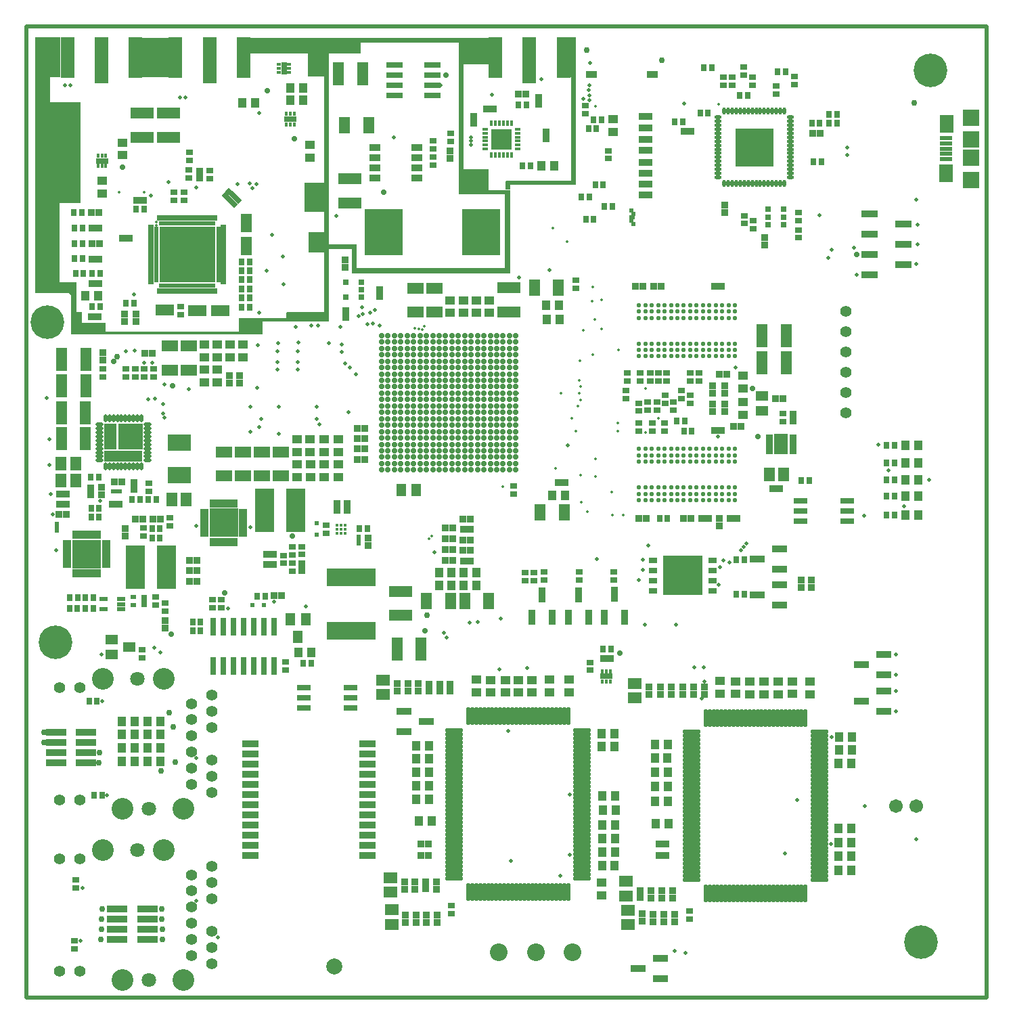
<source format=gts>
%FSLAX25Y25*%
%MOIN*%
G70*
G01*
G75*
G04 Layer_Color=8388736*
%ADD10C,0.01969*%
%ADD11C,0.01181*%
%ADD12R,0.05906X0.22047*%
%ADD13R,0.06299X0.19291*%
%ADD14R,0.02441X0.02441*%
%ADD15R,0.02559X0.02165*%
%ADD16R,0.02165X0.02559*%
%ADD17R,0.05512X0.03740*%
%ADD18R,0.02441X0.02441*%
%ADD19R,0.07087X0.04528*%
%ADD20R,0.03937X0.03543*%
%ADD21R,0.03543X0.03937*%
%ADD22R,0.04528X0.07087*%
%ADD23R,0.05709X0.04528*%
%ADD24R,0.04528X0.10630*%
%ADD25R,0.04528X0.05709*%
%ADD26R,0.10630X0.04528*%
%ADD27R,0.01654X0.01811*%
%ADD28R,0.01575X0.01575*%
%ADD29R,0.05512X0.04134*%
%ADD30R,0.08661X0.20472*%
%ADD31R,0.23622X0.07874*%
%ADD32R,0.06693X0.02795*%
%ADD33R,0.02795X0.06693*%
%ADD34R,0.01969X0.01969*%
%ADD35R,0.01969X0.01378*%
%ADD36R,0.01969X0.01969*%
%ADD37R,0.01378X0.01969*%
G04:AMPARAMS|DCode=38|XSize=13.78mil|YSize=19.69mil|CornerRadius=0mil|HoleSize=0mil|Usage=FLASHONLY|Rotation=315.000|XOffset=0mil|YOffset=0mil|HoleType=Round|Shape=Rectangle|*
%AMROTATEDRECTD38*
4,1,4,-0.01183,-0.00209,0.00209,0.01183,0.01183,0.00209,-0.00209,-0.01183,-0.01183,-0.00209,0.0*
%
%ADD38ROTATEDRECTD38*%

%ADD39P,0.02784X4X360.0*%
%ADD40R,0.06299X0.02165*%
%ADD41C,0.01378*%
%ADD42O,0.08268X0.01181*%
%ADD43O,0.01181X0.08268*%
%ADD44R,0.03347X0.01181*%
%ADD45R,0.01181X0.03347*%
%ADD46R,0.13386X0.13386*%
%ADD47R,0.03740X0.05512*%
%ADD48R,0.01575X0.00984*%
%ADD49R,0.01969X0.05512*%
%ADD50R,0.00984X0.01575*%
%ADD51R,0.05512X0.01969*%
%ADD52R,0.09449X0.02992*%
%ADD53R,0.03543X0.01575*%
%ADD54R,0.01811X0.01654*%
%ADD55R,0.04724X0.02953*%
%ADD56O,0.02953X0.00984*%
%ADD57O,0.00984X0.02953*%
%ADD58R,0.17716X0.17716*%
%ADD59R,0.07520X0.02992*%
%ADD60R,0.00984X0.01969*%
%ADD61R,0.01969X0.00984*%
%ADD62R,0.09055X0.09055*%
%ADD63C,0.05906*%
%ADD64R,0.10984X0.07559*%
%ADD65R,0.18110X0.22047*%
%ADD66R,0.04134X0.05512*%
%ADD67R,0.07284X0.02913*%
%ADD68R,0.02362X0.02362*%
%ADD69R,0.04528X0.02992*%
%ADD70C,0.00984*%
%ADD71R,0.02756X0.01181*%
%ADD72R,0.06221X0.09252*%
%ADD73O,0.03150X0.00984*%
%ADD74O,0.00984X0.03150*%
%ADD75R,0.18071X0.04370*%
%ADD76R,0.11181X0.12284*%
%ADD77R,0.05276X0.12284*%
%ADD78R,0.06299X0.08268*%
%ADD79R,0.05315X0.01575*%
%ADD80R,0.07480X0.07087*%
%ADD81R,0.01772X0.01378*%
%ADD82R,0.02362X0.07874*%
%ADD83R,0.01181X0.01181*%
%ADD84R,0.02362X0.01181*%
%ADD85R,0.07087X0.02362*%
%ADD86R,0.01772X0.01181*%
%ADD87R,0.01181X0.01772*%
%ADD88R,0.01181X0.01181*%
%ADD89R,0.26772X0.26772*%
%ADD90R,0.01575X0.01575*%
%ADD91R,0.03543X0.01772*%
%ADD92R,0.18898X0.18898*%
%ADD93C,0.00453*%
%ADD94C,0.03150*%
%ADD95C,0.00512*%
%ADD96C,0.01000*%
%ADD97C,0.00394*%
%ADD98C,0.01969*%
%ADD99C,0.01378*%
%ADD100C,0.03937*%
%ADD101C,0.00787*%
%ADD102C,0.00784*%
%ADD103C,0.00996*%
%ADD104C,0.01181*%
%ADD105R,0.09941X0.01870*%
%ADD106R,0.14075X0.03740*%
%ADD107R,0.04823X0.07776*%
%ADD108R,0.08268X0.01476*%
%ADD109R,0.12303X0.06004*%
%ADD110R,0.01181X0.00984*%
%ADD111R,0.03543X0.00787*%
%ADD112R,0.06299X0.00394*%
%ADD113R,0.31693X0.08071*%
%ADD114R,0.16535X0.19291*%
%ADD115R,0.08563X0.19291*%
%ADD116R,0.42224X0.07874*%
%ADD117R,0.03740X0.24016*%
%ADD118R,0.14370X0.08760*%
%ADD119R,0.09843X0.11122*%
%ADD120R,0.60335X0.08465*%
%ADD121R,0.05807X0.33169*%
%ADD122R,0.03740X0.41043*%
%ADD123R,0.04429X0.41240*%
%ADD124R,0.92913X0.01870*%
%ADD125R,0.02430X0.17389*%
%ADD126R,0.34449X0.01969*%
%ADD127R,0.03642X0.11417*%
%ADD128R,0.02431X0.00820*%
%ADD129R,0.04134X0.05413*%
%ADD130R,0.30413X0.06496*%
%ADD131R,0.30709X0.06299*%
%ADD132R,0.30315X0.12008*%
%ADD133R,0.40256X0.05807*%
%ADD134R,0.39961X0.06594*%
%ADD135R,0.00886X0.01280*%
%ADD136R,0.19095X0.03937*%
%ADD137R,0.27756X0.05413*%
%ADD138R,0.30315X0.06102*%
%ADD139R,0.30807X0.08268*%
%ADD140R,0.38091X0.05118*%
%ADD141R,0.38287X0.06398*%
%ADD142R,0.04232X0.02854*%
%ADD143R,0.05315X0.10728*%
%ADD144R,0.10531X0.12598*%
%ADD145R,0.07087X0.21752*%
%ADD146R,0.08465X0.02854*%
%ADD147R,0.02362X0.02264*%
%ADD148R,0.04429X0.02756*%
%ADD149R,0.11713X0.02953*%
%ADD150R,0.09843X0.04134*%
%ADD151R,0.04921X0.18504*%
%ADD152R,0.13189X0.03051*%
%ADD153R,0.06594X0.04232*%
%ADD154R,0.14075X0.03839*%
%ADD155R,0.03839X0.08661*%
%ADD156R,0.10728X0.03445*%
%ADD157R,0.02431X1.19587*%
%ADD158R,0.02264X0.05512*%
%ADD159R,0.03347X0.05315*%
%ADD160R,0.68504X0.02165*%
%ADD161R,0.02165X0.76575*%
%ADD162R,0.25098X0.01969*%
%ADD163R,0.02658X0.42618*%
%ADD164R,0.16043X0.02264*%
%ADD165R,0.02461X0.13189*%
%ADD166R,0.78150X0.02461*%
%ADD167R,0.34842X0.01969*%
%ADD168R,0.02264X0.71752*%
%ADD169R,0.11614X0.04035*%
%ADD170R,0.10925X0.14469*%
%ADD171R,0.19193X0.03051*%
%ADD172R,0.17224X0.04528*%
%ADD173R,0.05315X0.93799*%
%ADD174R,0.13386X0.08169*%
%ADD175R,0.08661X0.12402*%
%ADD176R,0.08465X0.09843*%
%ADD177R,0.09153X0.17224*%
%ADD178R,0.14764X0.11122*%
%ADD179R,0.13976X0.11319*%
%ADD180R,0.02854X0.21358*%
%ADD181R,0.15453X0.49409*%
%ADD182R,0.18996X0.06496*%
%ADD183R,0.06791X1.25492*%
%ADD184R,0.09911X0.06594*%
%ADD185C,0.15748*%
%ADD186C,0.09882*%
%ADD187C,0.06299*%
%ADD188C,0.04803*%
%ADD189C,0.07087*%
%ADD190C,0.07874*%
%ADD191C,0.00591*%
%ADD192C,0.02165*%
%ADD193C,0.01575*%
%ADD194C,0.02598*%
%ADD195C,0.04000*%
%ADD196C,0.13386*%
%ADD197C,0.10669*%
%ADD198C,0.05591*%
%ADD199C,0.05787*%
%ADD200C,0.08071*%
%ADD201C,0.02362*%
%ADD202C,0.03150*%
%ADD203C,0.02559*%
%ADD204C,0.02874*%
%ADD205C,0.00642*%
%ADD206P,0.03452X4X360.0*%
%ADD207R,0.07874X0.23622*%
%ADD208R,0.07087X0.07874*%
%ADD209C,0.00787*%
%ADD210R,0.01614X0.01299*%
%ADD211R,0.10236X0.08661*%
%ADD212R,0.00945X0.03543*%
%ADD213R,0.03543X0.00945*%
%ADD214R,0.05512X0.03937*%
%ADD215R,0.03937X0.02756*%
%ADD216R,0.01969X0.01575*%
%ADD217R,0.01378X0.05118*%
%ADD218R,0.01772X0.05118*%
%ADD219R,0.02362X0.05118*%
%ADD220R,0.08661X0.02913*%
%ADD221R,0.03347X0.01378*%
%ADD222R,0.05079X0.04882*%
%ADD223R,0.07874X0.07087*%
%ADD224R,0.02992X0.06496*%
%ADD225R,0.04724X0.03543*%
%ADD226R,0.03583X0.04803*%
%ADD227R,0.10512X0.10000*%
%ADD228R,0.03000X0.05000*%
%ADD229R,0.07480X0.05512*%
%ADD230R,0.05906X0.03150*%
%ADD231R,0.05512X0.07087*%
%ADD232R,0.01969X0.03248*%
%ADD233R,0.01969X0.01693*%
%ADD234R,0.03071X0.03425*%
%ADD235R,0.01969X0.02756*%
%ADD236R,0.03248X0.28937*%
%ADD237R,0.19193X0.05512*%
%ADD238R,0.02658X0.02953*%
%ADD239R,0.02067X0.02559*%
%ADD240R,0.29232X0.06299*%
%ADD241R,0.16965X0.06606*%
%ADD242R,0.41894X0.10102*%
%ADD243R,0.07284X0.75492*%
%ADD244R,0.02658X1.25984*%
%ADD245R,0.89173X0.01476*%
%ADD246R,0.01476X0.04626*%
%ADD247R,0.51476X0.01378*%
%ADD248R,0.02264X1.46260*%
%ADD249R,0.79823X0.01969*%
%ADD250R,0.02559X0.50984*%
%ADD251R,0.25295X0.01969*%
%ADD252R,0.02165X0.50394*%
%ADD253R,0.13878X0.02264*%
%ADD254R,0.02362X0.28051*%
%ADD255R,0.67618X0.02362*%
%ADD256R,0.34842X0.02067*%
%ADD257R,0.02165X0.73032*%
%ADD258R,0.44783X0.02756*%
%ADD259R,0.11811X0.16732*%
%ADD260R,0.12795X0.08071*%
%ADD261R,0.13681X0.20768*%
%ADD262R,0.23622X0.03740*%
%ADD263R,0.03839X0.93898*%
%ADD264R,0.14862X0.06201*%
%ADD265R,0.14764X0.09153*%
%ADD266R,0.13090X0.08366*%
%ADD267R,0.08465X0.07677*%
%ADD268R,0.13386X0.09055*%
%ADD269R,0.06102X1.26181*%
%ADD270R,0.08268X0.19193*%
%ADD271R,0.15846X0.19488*%
%ADD272R,0.41142X0.08268*%
%ADD273C,0.00984*%
%ADD274C,0.00472*%
%ADD275C,0.02362*%
%ADD276C,0.00100*%
%ADD277C,0.00700*%
%ADD278C,0.00500*%
%ADD279C,0.00591*%
%ADD280R,0.03937X1.20791*%
%ADD281R,0.14370X0.01500*%
%ADD282C,0.02769*%
%ADD283C,0.01981*%
%ADD284R,0.06706X0.22847*%
%ADD285R,0.07099X0.20091*%
%ADD286R,0.03241X0.03241*%
%ADD287R,0.03359X0.02965*%
%ADD288R,0.02965X0.03359*%
%ADD289R,0.06312X0.04540*%
%ADD290R,0.03241X0.03241*%
%ADD291R,0.07887X0.05328*%
%ADD292R,0.04737X0.04343*%
%ADD293R,0.04343X0.04737*%
%ADD294R,0.05328X0.07887*%
%ADD295R,0.06509X0.05328*%
%ADD296R,0.05328X0.11430*%
%ADD297R,0.05328X0.06509*%
%ADD298R,0.11430X0.05328*%
%ADD299R,0.02454X0.02611*%
%ADD300R,0.02375X0.02375*%
%ADD301R,0.06312X0.04934*%
%ADD302R,0.09461X0.21272*%
%ADD303R,0.24422X0.08674*%
%ADD304R,0.07493X0.03595*%
%ADD305R,0.03595X0.07493*%
%ADD306R,0.02769X0.02769*%
%ADD307R,0.02769X0.02178*%
%ADD308R,0.02769X0.02769*%
%ADD309R,0.02178X0.02769*%
G04:AMPARAMS|DCode=310|XSize=21.78mil|YSize=27.69mil|CornerRadius=0mil|HoleSize=0mil|Usage=FLASHONLY|Rotation=315.000|XOffset=0mil|YOffset=0mil|HoleType=Round|Shape=Rectangle|*
%AMROTATEDRECTD310*
4,1,4,-0.01749,-0.00209,0.00209,0.01749,0.01749,0.00209,-0.00209,-0.01749,-0.01749,-0.00209,0.0*
%
%ADD310ROTATEDRECTD310*%

%ADD311P,0.03915X4X360.0*%
%ADD312R,0.07099X0.02965*%
%ADD313C,0.02178*%
%ADD314O,0.09068X0.01981*%
%ADD315O,0.01981X0.09068*%
%ADD316R,0.04147X0.01981*%
%ADD317R,0.01981X0.04147*%
%ADD318R,0.14186X0.14186*%
%ADD319R,0.04540X0.06312*%
%ADD320R,0.02375X0.01784*%
%ADD321R,0.02769X0.06312*%
%ADD322R,0.01784X0.02375*%
%ADD323R,0.06312X0.02769*%
%ADD324R,0.10249X0.03792*%
%ADD325R,0.04343X0.02375*%
%ADD326R,0.02611X0.02454*%
%ADD327R,0.05524X0.03753*%
%ADD328O,0.03753X0.01784*%
%ADD329O,0.01784X0.03753*%
%ADD330R,0.18517X0.18517*%
%ADD331R,0.08320X0.03792*%
%ADD332R,0.01784X0.02769*%
%ADD333R,0.02769X0.01784*%
%ADD334R,0.09855X0.09855*%
%ADD335C,0.06706*%
%ADD336R,0.11784X0.08359*%
%ADD337R,0.18910X0.22847*%
%ADD338R,0.04934X0.06312*%
%ADD339R,0.08083X0.03713*%
%ADD340R,0.03162X0.03162*%
%ADD341R,0.05328X0.03792*%
%ADD342C,0.01784*%
%ADD343R,0.03556X0.01981*%
%ADD344R,0.07021X0.10052*%
%ADD345O,0.03950X0.01784*%
%ADD346O,0.01784X0.03950*%
%ADD347R,0.18871X0.05170*%
%ADD348R,0.11981X0.13084*%
%ADD349R,0.06076X0.13084*%
%ADD350R,0.07099X0.09068*%
%ADD351R,0.06115X0.02375*%
%ADD352R,0.08280X0.07887*%
%ADD353R,0.02572X0.02178*%
%ADD354R,0.03162X0.08674*%
%ADD355R,0.01981X0.01981*%
%ADD356R,0.03162X0.01981*%
%ADD357R,0.07887X0.03162*%
%ADD358R,0.02572X0.01981*%
%ADD359R,0.01981X0.02572*%
%ADD360R,0.01981X0.01981*%
%ADD361R,0.27572X0.27572*%
%ADD362R,0.02375X0.02375*%
%ADD363R,0.04343X0.02572*%
%ADD364R,0.19698X0.19698*%
%ADD365C,0.16548*%
%ADD366C,0.10682*%
%ADD367C,0.07099*%
%ADD368C,0.05603*%
%ADD369C,0.07887*%
%ADD370C,0.08674*%
%ADD371C,0.01391*%
%ADD372C,0.02965*%
%ADD373C,0.02375*%
G36*
X266240Y395276D02*
X233760D01*
Y393012D01*
X233563Y392815D01*
Y392815D01*
X233563Y392815D01*
X231398D01*
Y397047D01*
X231398Y397047D01*
X231398D01*
X231693Y397342D01*
X263976D01*
Y448130D01*
X263583Y448524D01*
Y467913D01*
X266240D01*
Y395276D01*
D02*
G37*
G36*
X65354Y467421D02*
X65453Y467323D01*
Y448130D01*
X52698D01*
X52658Y448228D01*
X52658D01*
X52658Y448228D01*
Y467421D01*
Y467520D01*
X65256D01*
X65354Y467421D01*
D02*
G37*
G36*
X12205Y448327D02*
X12205Y448327D01*
X12205Y448327D01*
X12164Y448228D01*
X7185D01*
Y435728D01*
X22244D01*
Y386221D01*
X11713D01*
Y347539D01*
X11811Y347441D01*
X11909Y347342D01*
X20177D01*
Y332874D01*
X19980Y332677D01*
X22933D01*
X22933Y327264D01*
X22835Y327165D01*
X22933Y327067D01*
X23130Y327067D01*
D01*
X23130Y327067D01*
D01*
X23130D01*
Y327067D01*
D01*
D01*
D01*
X34547D01*
Y323130D01*
X34449Y323031D01*
X100197D01*
Y329429D01*
X100394Y329626D01*
X123524D01*
Y332382D01*
X123721Y332579D01*
X142028D01*
Y362008D01*
X134449D01*
Y371555D01*
X134547Y371654D01*
X134646Y371752D01*
X142028D01*
Y381988D01*
X132382D01*
Y396260D01*
X132480Y396358D01*
X142028D01*
Y396358D01*
X142028Y448327D01*
X142126Y448425D01*
X142028Y448524D01*
X141831Y448524D01*
X141831Y448524D01*
D01*
D01*
D01*
X141831D01*
D01*
Y448524D01*
D01*
D01*
D01*
X134252D01*
Y459744D01*
X105905D01*
Y467520D01*
X223228D01*
X223425Y467323D01*
Y454528D01*
X210925D01*
X210728Y454724D01*
Y402854D01*
X223130D01*
X223228Y402756D01*
Y392717D01*
X233661D01*
X233760Y392618D01*
X233858Y392520D01*
Y351673D01*
X156004D01*
X155807Y351870D01*
X155807D01*
X155807Y351870D01*
Y363681D01*
X144587D01*
X144587Y363681D01*
X144587Y363681D01*
X144488Y363722D01*
Y328051D01*
X144488Y328051D01*
X144488Y328051D01*
X144407Y327854D01*
X111713D01*
Y321538D01*
X111516Y321457D01*
Y321457D01*
X111516Y321457D01*
X17421D01*
Y340748D01*
X16929Y341240D01*
X16437Y341732D01*
X-98D01*
Y467815D01*
X12205D01*
Y448327D01*
D02*
G37*
%LPC*%
G36*
X208563Y465354D02*
X208465Y465256D01*
X160138D01*
Y459744D01*
X144488D01*
Y365945D01*
X158268D01*
Y354232D01*
X231299D01*
Y390650D01*
X208661D01*
X208563Y390748D01*
Y441437D01*
Y465354D01*
D02*
G37*
%LPD*%
D98*
X-4626Y468602D02*
Y473228D01*
X468602D01*
Y-5118D02*
Y473228D01*
X-4626Y-5118D02*
X468602D01*
X-4626D02*
Y468602D01*
D282*
X38583Y308268D02*
D03*
X66732Y173819D02*
D03*
X287795Y164567D02*
D03*
X127362Y417913D02*
D03*
X67618Y296358D02*
D03*
X355709Y271358D02*
D03*
X353051Y294882D02*
D03*
X126476Y222342D02*
D03*
X191831Y175492D02*
D03*
X93110Y194193D02*
D03*
X202165Y449213D02*
D03*
X114075Y441634D02*
D03*
X42815Y403839D02*
D03*
X171358Y391634D02*
D03*
X404626Y360945D02*
D03*
X173638Y254780D02*
D03*
X170488Y257929D02*
D03*
Y254780D02*
D03*
X173638Y257929D02*
D03*
X176787Y254780D02*
D03*
X173638Y261079D02*
D03*
X176787D02*
D03*
X170488Y264229D02*
D03*
Y261079D02*
D03*
Y270528D02*
D03*
Y267378D02*
D03*
X173638D02*
D03*
Y264229D02*
D03*
Y270528D02*
D03*
X176787Y267378D02*
D03*
Y257929D02*
D03*
X179937Y254780D02*
D03*
Y261079D02*
D03*
Y257929D02*
D03*
X183087D02*
D03*
Y254780D02*
D03*
Y261079D02*
D03*
X186236Y257929D02*
D03*
X176787Y264229D02*
D03*
X179937D02*
D03*
X176787Y270528D02*
D03*
X179937Y267378D02*
D03*
X183087Y264229D02*
D03*
X186236Y261079D02*
D03*
X183087Y267378D02*
D03*
X186236D02*
D03*
X170488Y273677D02*
D03*
X173638D02*
D03*
X170488Y276827D02*
D03*
X176787Y273677D02*
D03*
X170488Y279977D02*
D03*
X173638Y276827D02*
D03*
X170488Y286276D02*
D03*
Y283126D02*
D03*
X173638Y279977D02*
D03*
X176787Y276827D02*
D03*
X173638Y283126D02*
D03*
X176787Y279977D02*
D03*
X179937Y273677D02*
D03*
Y270528D02*
D03*
Y279977D02*
D03*
Y276827D02*
D03*
X183087Y273677D02*
D03*
Y270528D02*
D03*
Y276827D02*
D03*
X186236Y273677D02*
D03*
X179937Y283126D02*
D03*
X183087Y279977D02*
D03*
X176787Y283126D02*
D03*
X179937Y286276D02*
D03*
X183087Y283126D02*
D03*
X186236D02*
D03*
X183087Y286276D02*
D03*
X186236D02*
D03*
Y254780D02*
D03*
X189386Y257929D02*
D03*
Y254780D02*
D03*
X192535D02*
D03*
X186236Y264229D02*
D03*
X189386Y261079D02*
D03*
Y270528D02*
D03*
Y264229D02*
D03*
X192535Y261079D02*
D03*
Y257929D02*
D03*
X189386Y267378D02*
D03*
X192535Y264229D02*
D03*
X195685Y257929D02*
D03*
Y254780D02*
D03*
Y261079D02*
D03*
X198835D02*
D03*
Y254780D02*
D03*
X201984D02*
D03*
X198835Y257929D02*
D03*
X201984D02*
D03*
X195685Y264229D02*
D03*
X198835D02*
D03*
X192535Y267378D02*
D03*
X195685D02*
D03*
X201984Y264229D02*
D03*
Y261079D02*
D03*
X198835Y267378D02*
D03*
X201984D02*
D03*
X186236Y270528D02*
D03*
X189386Y273677D02*
D03*
X186236Y276827D02*
D03*
X189386D02*
D03*
X192535Y273677D02*
D03*
Y270528D02*
D03*
Y276827D02*
D03*
X186236Y279977D02*
D03*
X189386D02*
D03*
Y286276D02*
D03*
Y283126D02*
D03*
X192535Y279977D02*
D03*
X195685Y276827D02*
D03*
X192535Y286276D02*
D03*
Y283126D02*
D03*
X195685Y270528D02*
D03*
X198835D02*
D03*
X195685Y273677D02*
D03*
X198835D02*
D03*
X201984D02*
D03*
Y270528D02*
D03*
X198835Y276827D02*
D03*
X201984D02*
D03*
X195685Y279977D02*
D03*
X198835D02*
D03*
X195685Y286276D02*
D03*
Y283126D02*
D03*
X198835D02*
D03*
X201984Y279977D02*
D03*
X198835Y286276D02*
D03*
X201984Y283126D02*
D03*
X173638Y286276D02*
D03*
X170488Y292575D02*
D03*
Y289425D02*
D03*
X173638Y292575D02*
D03*
Y289425D02*
D03*
Y295725D02*
D03*
X176787Y292575D02*
D03*
X170488Y298874D02*
D03*
Y295725D02*
D03*
Y302024D02*
D03*
X173638Y298874D02*
D03*
Y302024D02*
D03*
X176787Y295725D02*
D03*
X173638Y305173D02*
D03*
X176787Y302024D02*
D03*
Y289425D02*
D03*
Y286276D02*
D03*
X179937Y292575D02*
D03*
Y289425D02*
D03*
X183087Y292575D02*
D03*
Y289425D02*
D03*
X186236Y295725D02*
D03*
Y292575D02*
D03*
X176787Y298874D02*
D03*
X179937Y295725D02*
D03*
Y302024D02*
D03*
Y298874D02*
D03*
X183087D02*
D03*
Y295725D02*
D03*
Y302024D02*
D03*
X186236D02*
D03*
X170488Y308323D02*
D03*
Y305173D02*
D03*
Y311473D02*
D03*
X173638D02*
D03*
Y308323D02*
D03*
X176787Y305173D02*
D03*
Y311473D02*
D03*
Y308323D02*
D03*
X170488Y317772D02*
D03*
Y314622D02*
D03*
Y320921D02*
D03*
X173638Y317772D02*
D03*
Y314622D02*
D03*
X176787Y317772D02*
D03*
X173638Y320921D02*
D03*
X176787D02*
D03*
X179937Y308323D02*
D03*
Y305173D02*
D03*
X176787Y314622D02*
D03*
X179937Y311473D02*
D03*
X183087Y308323D02*
D03*
Y305173D02*
D03*
Y311473D02*
D03*
X186236D02*
D03*
X179937Y317772D02*
D03*
Y314622D02*
D03*
Y320921D02*
D03*
X183087Y317772D02*
D03*
Y314622D02*
D03*
X186236Y317772D02*
D03*
X183087Y320921D02*
D03*
X186236D02*
D03*
Y289425D02*
D03*
X189386Y292575D02*
D03*
Y289425D02*
D03*
X192535Y292575D02*
D03*
Y289425D02*
D03*
X189386Y295725D02*
D03*
X192535D02*
D03*
X186236Y298874D02*
D03*
X189386Y302024D02*
D03*
X186236Y305173D02*
D03*
X189386D02*
D03*
Y298874D02*
D03*
X192535D02*
D03*
Y305173D02*
D03*
Y302024D02*
D03*
X195685Y289425D02*
D03*
X198835D02*
D03*
X195685Y295725D02*
D03*
Y292575D02*
D03*
X198835D02*
D03*
X201984Y289425D02*
D03*
X198835Y295725D02*
D03*
X201984Y292575D02*
D03*
X195685Y298874D02*
D03*
X198835D02*
D03*
X195685Y302024D02*
D03*
X198835D02*
D03*
X201984Y298874D02*
D03*
Y295725D02*
D03*
X198835Y305173D02*
D03*
X201984Y302024D02*
D03*
X186236Y308323D02*
D03*
X189386D02*
D03*
Y314622D02*
D03*
Y311473D02*
D03*
X192535D02*
D03*
Y308323D02*
D03*
Y314622D02*
D03*
X195685Y311473D02*
D03*
X186236Y314622D02*
D03*
X189386Y317772D02*
D03*
Y320921D02*
D03*
X192535Y317772D02*
D03*
Y320921D02*
D03*
X195685Y308323D02*
D03*
Y305173D02*
D03*
Y314622D02*
D03*
X198835Y308323D02*
D03*
X201984D02*
D03*
Y305173D02*
D03*
X198835Y311473D02*
D03*
X201984D02*
D03*
X195685Y317772D02*
D03*
X198835Y314622D02*
D03*
X195685Y320921D02*
D03*
X198835Y317772D02*
D03*
X201984D02*
D03*
Y314622D02*
D03*
X198835Y320921D02*
D03*
X201984D02*
D03*
X208283Y254780D02*
D03*
X205134Y257929D02*
D03*
Y254780D02*
D03*
X208283Y257929D02*
D03*
X211433Y254780D02*
D03*
Y261079D02*
D03*
Y257929D02*
D03*
X205134Y261079D02*
D03*
X208283D02*
D03*
X205134Y267378D02*
D03*
Y264229D02*
D03*
X208283Y267378D02*
D03*
Y264229D02*
D03*
X211433Y270528D02*
D03*
Y267378D02*
D03*
X214583Y254780D02*
D03*
X217732D02*
D03*
X214583Y261079D02*
D03*
Y257929D02*
D03*
X217732D02*
D03*
X220882Y254780D02*
D03*
X217732Y261079D02*
D03*
X220882D02*
D03*
X211433Y264229D02*
D03*
X214583D02*
D03*
Y267378D02*
D03*
X217732Y270528D02*
D03*
Y264229D02*
D03*
X220882D02*
D03*
X217732Y267378D02*
D03*
X220882D02*
D03*
X205134Y270528D02*
D03*
Y276827D02*
D03*
Y273677D02*
D03*
X208283D02*
D03*
Y270528D02*
D03*
X211433Y276827D02*
D03*
Y273677D02*
D03*
X205134Y283126D02*
D03*
Y279977D02*
D03*
X201984Y286276D02*
D03*
X205134D02*
D03*
X208283Y279977D02*
D03*
Y276827D02*
D03*
Y283126D02*
D03*
X211433D02*
D03*
X214583Y273677D02*
D03*
Y270528D02*
D03*
X211433Y279977D02*
D03*
X214583Y276827D02*
D03*
X217732D02*
D03*
Y273677D02*
D03*
X214583Y279977D02*
D03*
X220882Y276827D02*
D03*
X214583Y283126D02*
D03*
X217732Y279977D02*
D03*
X211433Y286276D02*
D03*
X217732Y283126D02*
D03*
X220882D02*
D03*
Y279977D02*
D03*
X217732Y286276D02*
D03*
X220882D02*
D03*
X224031Y254780D02*
D03*
X220882Y257929D02*
D03*
X224031D02*
D03*
X227181Y254780D02*
D03*
X230331D02*
D03*
X227181Y257929D02*
D03*
X230331D02*
D03*
X224031Y264229D02*
D03*
Y261079D02*
D03*
X220882Y270528D02*
D03*
X224031Y267378D02*
D03*
X227181Y264229D02*
D03*
Y261079D02*
D03*
Y267378D02*
D03*
X230331Y270528D02*
D03*
X233480Y254780D02*
D03*
X236630D02*
D03*
X230331Y261079D02*
D03*
X233480Y257929D02*
D03*
X236630D02*
D03*
X230331Y264229D02*
D03*
X233480Y261079D02*
D03*
X230331Y267378D02*
D03*
X233480Y264229D02*
D03*
X236630D02*
D03*
Y261079D02*
D03*
X233480Y267378D02*
D03*
X236630D02*
D03*
X220882Y273677D02*
D03*
X224031Y270528D02*
D03*
Y276827D02*
D03*
Y273677D02*
D03*
X227181D02*
D03*
Y270528D02*
D03*
Y276827D02*
D03*
X230331Y273677D02*
D03*
X224031Y279977D02*
D03*
X227181D02*
D03*
X224031Y286276D02*
D03*
Y283126D02*
D03*
X230331Y279977D02*
D03*
Y276827D02*
D03*
X227181Y286276D02*
D03*
Y283126D02*
D03*
X233480Y270528D02*
D03*
X236630D02*
D03*
X233480Y273677D02*
D03*
X236630Y276827D02*
D03*
Y273677D02*
D03*
X233480Y279977D02*
D03*
Y276827D02*
D03*
X230331Y283126D02*
D03*
X233480D02*
D03*
X236630D02*
D03*
Y279977D02*
D03*
X233480Y286276D02*
D03*
X236630D02*
D03*
X205134Y289425D02*
D03*
X208283D02*
D03*
Y286276D02*
D03*
X205134Y292575D02*
D03*
X211433D02*
D03*
X205134Y298874D02*
D03*
Y295725D02*
D03*
Y302024D02*
D03*
X208283Y305173D02*
D03*
Y295725D02*
D03*
Y292575D02*
D03*
Y302024D02*
D03*
Y298874D02*
D03*
X211433Y289425D02*
D03*
X214583Y286276D02*
D03*
Y292575D02*
D03*
Y289425D02*
D03*
X217732Y292575D02*
D03*
Y289425D02*
D03*
X214583Y295725D02*
D03*
X217732D02*
D03*
X211433Y298874D02*
D03*
Y295725D02*
D03*
Y302024D02*
D03*
X214583Y305173D02*
D03*
Y298874D02*
D03*
X217732D02*
D03*
X214583Y302024D02*
D03*
X217732D02*
D03*
X205134Y308323D02*
D03*
Y305173D02*
D03*
Y311473D02*
D03*
X208283Y308323D02*
D03*
X211433D02*
D03*
Y305173D02*
D03*
X208283Y311473D02*
D03*
X211433D02*
D03*
X205134Y314622D02*
D03*
X208283D02*
D03*
X205134Y320921D02*
D03*
Y317772D02*
D03*
X208283D02*
D03*
X211433Y314622D02*
D03*
X208283Y320921D02*
D03*
X211433D02*
D03*
X214583Y308323D02*
D03*
X217732Y305173D02*
D03*
X214583Y314622D02*
D03*
Y311473D02*
D03*
X217732D02*
D03*
Y308323D02*
D03*
Y314622D02*
D03*
X220882Y311473D02*
D03*
X211433Y317772D02*
D03*
X214583D02*
D03*
Y320921D02*
D03*
X217732Y317772D02*
D03*
X220882D02*
D03*
Y314622D02*
D03*
X217732Y320921D02*
D03*
X220882D02*
D03*
Y289425D02*
D03*
Y295725D02*
D03*
Y292575D02*
D03*
X224031Y289425D02*
D03*
X227181D02*
D03*
X224031Y292575D02*
D03*
X227181D02*
D03*
X224031Y298874D02*
D03*
Y295725D02*
D03*
X220882Y302024D02*
D03*
Y298874D02*
D03*
X227181D02*
D03*
Y295725D02*
D03*
X224031Y302024D02*
D03*
X227181D02*
D03*
X230331Y289425D02*
D03*
Y286276D02*
D03*
Y292575D02*
D03*
X233480Y289425D02*
D03*
Y292575D02*
D03*
X236630Y289425D02*
D03*
Y295725D02*
D03*
Y292575D02*
D03*
X230331Y298874D02*
D03*
Y295725D02*
D03*
Y302024D02*
D03*
X233480Y298874D02*
D03*
Y295725D02*
D03*
X236630Y298874D02*
D03*
X233480Y302024D02*
D03*
X236630D02*
D03*
X220882Y305173D02*
D03*
X224031D02*
D03*
X220882Y308323D02*
D03*
X224031D02*
D03*
X227181D02*
D03*
Y305173D02*
D03*
X224031Y311473D02*
D03*
X230331D02*
D03*
X224031Y314622D02*
D03*
X227181Y311473D02*
D03*
X224031Y320921D02*
D03*
Y317772D02*
D03*
X227181D02*
D03*
Y314622D02*
D03*
Y320921D02*
D03*
X230331Y317772D02*
D03*
Y305173D02*
D03*
X233480D02*
D03*
X230331Y308323D02*
D03*
X233480Y311473D02*
D03*
Y308323D02*
D03*
X236630Y305173D02*
D03*
Y311473D02*
D03*
Y308323D02*
D03*
X230331Y314622D02*
D03*
X233480D02*
D03*
X230331Y320921D02*
D03*
X233480Y317772D02*
D03*
X236630D02*
D03*
Y314622D02*
D03*
X233480Y320921D02*
D03*
X236630D02*
D03*
X35433Y261457D02*
D03*
X39370D02*
D03*
X36909Y266083D02*
D03*
Y271201D02*
D03*
Y276319D02*
D03*
X42224Y271201D02*
D03*
X47244Y261457D02*
D03*
X43307D02*
D03*
X51181D02*
D03*
X46752Y266083D02*
D03*
X46752Y276319D02*
D03*
Y271201D02*
D03*
X51279Y271201D02*
D03*
D283*
X390650Y359252D02*
D03*
X399803Y413681D02*
D03*
Y409842D02*
D03*
X263090Y65354D02*
D03*
X415256Y267126D02*
D03*
X348819Y216732D02*
D03*
X350295Y218406D02*
D03*
X347441Y215256D02*
D03*
X427854Y236910D02*
D03*
X420079Y254429D02*
D03*
X440158Y249803D02*
D03*
X391732Y70669D02*
D03*
X23228Y49016D02*
D03*
X22047Y22736D02*
D03*
X32776Y140748D02*
D03*
X35335Y94587D02*
D03*
X260236Y452949D02*
D03*
X216531Y457870D02*
D03*
X408563Y89075D02*
D03*
X433858Y387992D02*
D03*
X433957Y73032D02*
D03*
X199646Y444153D02*
D03*
X58563Y457870D02*
D03*
X89862Y24409D02*
D03*
X79137Y42719D02*
D03*
X108169Y462598D02*
D03*
X9843Y452559D02*
D03*
X110039Y332185D02*
D03*
X138484Y285925D02*
D03*
X154232Y283268D02*
D03*
X159252Y330709D02*
D03*
X167028Y333465D02*
D03*
X150295Y325295D02*
D03*
X128051Y325197D02*
D03*
X109350Y316142D02*
D03*
X301870Y217717D02*
D03*
X276476Y210827D02*
D03*
X315354Y178445D02*
D03*
X300295D02*
D03*
X329134Y157480D02*
D03*
X324410D02*
D03*
X242323Y157087D02*
D03*
X228445Y156398D02*
D03*
X217815Y179823D02*
D03*
X213681Y179626D02*
D03*
X202362Y172146D02*
D03*
X79035Y393996D02*
D03*
X106890Y393602D02*
D03*
X65551Y396555D02*
D03*
X122047Y346260D02*
D03*
X113976Y352756D02*
D03*
X157874Y301772D02*
D03*
X119882Y285728D02*
D03*
X105709Y285827D02*
D03*
X139075Y325984D02*
D03*
X135728Y325984D02*
D03*
X163386Y326476D02*
D03*
X144390Y317224D02*
D03*
X150984Y312992D02*
D03*
X150886Y316634D02*
D03*
X154921Y305217D02*
D03*
X152559Y307185D02*
D03*
X110335Y275886D02*
D03*
X139961Y277264D02*
D03*
X138583Y279823D02*
D03*
X111221D02*
D03*
X109153Y295374D02*
D03*
X129232Y304331D02*
D03*
X119291D02*
D03*
X129232Y307874D02*
D03*
X119291Y307776D02*
D03*
Y313091D02*
D03*
X129331Y313090D02*
D03*
X119390Y317323D02*
D03*
X121850Y359744D02*
D03*
X201279Y174705D02*
D03*
X253248Y353248D02*
D03*
X71063Y438307D02*
D03*
X14370Y444291D02*
D03*
X99410Y395669D02*
D03*
X108858Y395472D02*
D03*
X105610Y395768D02*
D03*
X116535Y370472D02*
D03*
X129528Y317618D02*
D03*
X73701Y438307D02*
D03*
X17323Y444291D02*
D03*
X58563Y167126D02*
D03*
X61614Y164862D02*
D03*
X32579Y163878D02*
D03*
X269685Y437697D02*
D03*
X110039Y430610D02*
D03*
X337303Y206988D02*
D03*
X336614Y198327D02*
D03*
X105807Y226575D02*
D03*
X79232Y227067D02*
D03*
X404665Y350945D02*
D03*
X433760Y356201D02*
D03*
X434449Y365748D02*
D03*
X392028Y363189D02*
D03*
X434646Y375492D02*
D03*
X403150Y364075D02*
D03*
X133071Y187500D02*
D03*
X94784Y186516D02*
D03*
X117618Y189961D02*
D03*
X338858Y210354D02*
D03*
X299016Y205610D02*
D03*
X297047Y200492D02*
D03*
X299016Y210433D02*
D03*
X57382Y307481D02*
D03*
X53347Y307677D02*
D03*
X214665Y414764D02*
D03*
X214567Y416732D02*
D03*
Y418701D02*
D03*
X44390Y313386D02*
D03*
X48917Y313484D02*
D03*
X263289Y94865D02*
D03*
X106004Y273622D02*
D03*
X262205Y267028D02*
D03*
X336319Y271358D02*
D03*
X344882Y305217D02*
D03*
X386122Y380216D02*
D03*
X234055Y62285D02*
D03*
X258366Y54823D02*
D03*
X314862Y18012D02*
D03*
X369193Y65945D02*
D03*
X423799Y145945D02*
D03*
X423898Y135945D02*
D03*
X392126Y123228D02*
D03*
X55512Y289469D02*
D03*
X58858Y289961D02*
D03*
X63386Y297047D02*
D03*
X62795Y287205D02*
D03*
X320177Y16929D02*
D03*
X160925Y334842D02*
D03*
X148327Y379921D02*
D03*
X229134Y181496D02*
D03*
X232874Y126083D02*
D03*
X272736Y439370D02*
D03*
X272638Y441732D02*
D03*
X56988Y389764D02*
D03*
X62992Y282579D02*
D03*
X161319Y331693D02*
D03*
X166240Y326772D02*
D03*
X273031Y455217D02*
D03*
X63386Y280512D02*
D03*
X169390Y325984D02*
D03*
X164961Y332283D02*
D03*
X272835Y444095D02*
D03*
X79137Y112900D02*
D03*
X5610Y290059D02*
D03*
X7382Y242913D02*
D03*
X31988Y239469D02*
D03*
X8366Y232776D02*
D03*
X119882Y272441D02*
D03*
X238189Y349410D02*
D03*
X319390Y435138D02*
D03*
X423898Y163858D02*
D03*
X423740Y153858D02*
D03*
X272835Y436811D02*
D03*
X6988Y269980D02*
D03*
X196590Y214110D02*
D03*
X408169Y232382D02*
D03*
X6791Y257087D02*
D03*
X329429Y150492D02*
D03*
X328051Y142323D02*
D03*
X375295Y92323D02*
D03*
X75590Y294390D02*
D03*
X10236Y215354D02*
D03*
X176673Y418701D02*
D03*
X341762Y209302D02*
D03*
X249114Y447146D02*
D03*
X225000Y439665D02*
D03*
X48622Y341142D02*
D03*
D284*
X85728Y456492D02*
D03*
X243307Y456394D02*
D03*
X32480Y456492D02*
D03*
D285*
X68996Y457870D02*
D03*
X102461D02*
D03*
X226575Y457772D02*
D03*
X260039D02*
D03*
X15748Y457870D02*
D03*
X49213D02*
D03*
D286*
X382283Y196949D02*
D03*
Y200492D02*
D03*
X80807Y398425D02*
D03*
Y401969D02*
D03*
X100394Y297638D02*
D03*
Y301181D02*
D03*
X95374Y297638D02*
D03*
Y301181D02*
D03*
X336910Y227264D02*
D03*
Y230807D02*
D03*
X339469Y283563D02*
D03*
Y287106D02*
D03*
X333662Y283563D02*
D03*
Y287106D02*
D03*
X339469Y292520D02*
D03*
Y296063D02*
D03*
X333662Y292520D02*
D03*
Y296063D02*
D03*
X204331Y145768D02*
D03*
Y149311D02*
D03*
X199114Y145768D02*
D03*
Y149311D02*
D03*
X193898Y145768D02*
D03*
Y149311D02*
D03*
X188583Y145866D02*
D03*
Y149409D02*
D03*
X183366Y145866D02*
D03*
Y149409D02*
D03*
X178051Y145965D02*
D03*
Y149508D02*
D03*
X182283Y31988D02*
D03*
Y35532D02*
D03*
X187500Y31988D02*
D03*
Y35532D02*
D03*
X192618Y31890D02*
D03*
Y35433D02*
D03*
X197772Y31929D02*
D03*
Y35472D02*
D03*
X197441Y48327D02*
D03*
Y51870D02*
D03*
X192126Y48425D02*
D03*
Y51969D02*
D03*
X186957Y48386D02*
D03*
Y51929D02*
D03*
X181693Y48327D02*
D03*
Y51870D02*
D03*
X302327Y144236D02*
D03*
Y147780D02*
D03*
X307677Y144291D02*
D03*
Y147835D02*
D03*
X313091Y144291D02*
D03*
Y147835D02*
D03*
X318701Y144291D02*
D03*
Y147835D02*
D03*
X324213Y144291D02*
D03*
Y147835D02*
D03*
X329429Y144291D02*
D03*
Y147835D02*
D03*
X298862Y32524D02*
D03*
Y36067D02*
D03*
X304232Y32382D02*
D03*
Y35925D02*
D03*
X309646Y32382D02*
D03*
Y35925D02*
D03*
X314961Y32382D02*
D03*
Y35925D02*
D03*
X313921Y43953D02*
D03*
Y47496D02*
D03*
X308465Y43996D02*
D03*
Y47539D02*
D03*
X303248Y43996D02*
D03*
Y47539D02*
D03*
X297933Y44095D02*
D03*
Y47638D02*
D03*
X215945Y425394D02*
D03*
Y428937D02*
D03*
X247736Y434744D02*
D03*
Y438287D02*
D03*
X251476Y417815D02*
D03*
Y421358D02*
D03*
X33071Y308957D02*
D03*
Y312500D02*
D03*
X48622Y245177D02*
D03*
Y248720D02*
D03*
X32382Y242520D02*
D03*
Y246063D02*
D03*
X27067Y242421D02*
D03*
Y245965D02*
D03*
X44094Y222343D02*
D03*
Y225886D02*
D03*
X131102Y205118D02*
D03*
Y208661D02*
D03*
X148524Y234843D02*
D03*
Y238386D02*
D03*
X153543Y234843D02*
D03*
Y238386D02*
D03*
X163976Y217618D02*
D03*
Y221161D02*
D03*
X373228Y278740D02*
D03*
Y282283D02*
D03*
X63681Y176969D02*
D03*
Y180512D02*
D03*
X204331Y408268D02*
D03*
Y411811D02*
D03*
X43996Y327953D02*
D03*
Y331496D02*
D03*
X49508Y327953D02*
D03*
Y331496D02*
D03*
X169390Y340059D02*
D03*
Y343602D02*
D03*
X152657Y354528D02*
D03*
Y358071D02*
D03*
X152854Y329725D02*
D03*
Y333268D02*
D03*
X339567Y381693D02*
D03*
Y385236D02*
D03*
X359154Y365650D02*
D03*
Y369193D02*
D03*
X377091Y196980D02*
D03*
Y200523D02*
D03*
D287*
X59153Y188386D02*
D03*
Y192323D02*
D03*
X52362Y162205D02*
D03*
Y166142D02*
D03*
X85925Y398229D02*
D03*
Y402166D02*
D03*
X75492Y398524D02*
D03*
Y402461D02*
D03*
X75689Y407185D02*
D03*
Y411122D02*
D03*
X68307Y387500D02*
D03*
Y391437D02*
D03*
X71654Y331201D02*
D03*
Y335138D02*
D03*
X58071Y300492D02*
D03*
Y304429D02*
D03*
X44587Y300492D02*
D03*
Y304429D02*
D03*
X53543Y300492D02*
D03*
Y304429D02*
D03*
X49016Y300492D02*
D03*
Y304429D02*
D03*
X73130Y387500D02*
D03*
Y391437D02*
D03*
X266339Y344291D02*
D03*
Y348228D02*
D03*
X282087Y408071D02*
D03*
Y412008D02*
D03*
X270866Y430216D02*
D03*
Y434153D02*
D03*
X310039Y287697D02*
D03*
Y291634D02*
D03*
X309941Y273917D02*
D03*
Y277854D02*
D03*
X306791Y298524D02*
D03*
Y302461D02*
D03*
X297244Y273917D02*
D03*
Y277854D02*
D03*
X297933Y298524D02*
D03*
Y302461D02*
D03*
X306102Y284252D02*
D03*
Y288189D02*
D03*
X297244Y283760D02*
D03*
Y287697D02*
D03*
X314075Y284154D02*
D03*
Y288091D02*
D03*
X290846Y289862D02*
D03*
Y293799D02*
D03*
X291535Y298523D02*
D03*
Y302461D02*
D03*
X302953Y298524D02*
D03*
Y302461D02*
D03*
X303740Y273917D02*
D03*
Y277854D02*
D03*
X310728Y298524D02*
D03*
Y302461D02*
D03*
X301673Y284252D02*
D03*
Y288189D02*
D03*
X318209Y289961D02*
D03*
Y293898D02*
D03*
X322539Y298524D02*
D03*
Y302461D02*
D03*
X322441Y287500D02*
D03*
Y291437D02*
D03*
X326870Y298524D02*
D03*
Y302461D02*
D03*
X204921Y36122D02*
D03*
Y40059D02*
D03*
X322244Y33465D02*
D03*
Y37402D02*
D03*
X33268Y300492D02*
D03*
Y304429D02*
D03*
X55807Y244291D02*
D03*
Y248228D02*
D03*
X53248Y222146D02*
D03*
Y226083D02*
D03*
X66043Y227264D02*
D03*
Y231201D02*
D03*
X126476Y212795D02*
D03*
Y216732D02*
D03*
X122146Y208760D02*
D03*
Y212697D02*
D03*
X131102Y213091D02*
D03*
Y217028D02*
D03*
X126476Y204823D02*
D03*
Y208760D02*
D03*
X143110Y223622D02*
D03*
Y227559D02*
D03*
X368110Y278642D02*
D03*
Y282579D02*
D03*
X123228Y156201D02*
D03*
Y160138D02*
D03*
X87106Y186811D02*
D03*
Y190748D02*
D03*
X63976Y185236D02*
D03*
Y189173D02*
D03*
X91535Y186811D02*
D03*
Y190748D02*
D03*
X273130Y156103D02*
D03*
Y160039D02*
D03*
X195866Y412795D02*
D03*
Y416732D02*
D03*
X195910Y404925D02*
D03*
Y408862D02*
D03*
X204378Y416540D02*
D03*
Y420477D02*
D03*
X235531Y243012D02*
D03*
Y246949D02*
D03*
X245571Y200295D02*
D03*
Y204232D02*
D03*
X250394Y200492D02*
D03*
Y204429D02*
D03*
X267913Y200590D02*
D03*
Y204527D02*
D03*
X241043Y200295D02*
D03*
Y204232D02*
D03*
X284842Y200590D02*
D03*
Y204527D02*
D03*
X364764Y439961D02*
D03*
Y443898D02*
D03*
X373819Y444488D02*
D03*
Y448425D02*
D03*
X338878Y444193D02*
D03*
Y448130D02*
D03*
X353051Y444291D02*
D03*
Y448228D02*
D03*
X343209Y444193D02*
D03*
Y448130D02*
D03*
X348819Y449311D02*
D03*
Y453248D02*
D03*
X375984Y369094D02*
D03*
Y373031D02*
D03*
X349114Y376083D02*
D03*
Y380020D02*
D03*
X353642Y373720D02*
D03*
Y377657D02*
D03*
X375984Y377559D02*
D03*
Y381496D02*
D03*
X19094Y18799D02*
D03*
Y22736D02*
D03*
X19882Y49016D02*
D03*
Y52953D02*
D03*
D288*
X24606Y186516D02*
D03*
X28543D02*
D03*
X24606Y191732D02*
D03*
X28543D02*
D03*
X16732Y186516D02*
D03*
X20669D02*
D03*
X16831Y191732D02*
D03*
X20768D02*
D03*
X27756Y335236D02*
D03*
X31693D02*
D03*
X18996Y381496D02*
D03*
X22933D02*
D03*
X19094Y373917D02*
D03*
X23031D02*
D03*
X19291Y366339D02*
D03*
X23228D02*
D03*
X19193Y358760D02*
D03*
X23130D02*
D03*
X19685Y351575D02*
D03*
X23622D02*
D03*
X237795Y434449D02*
D03*
X241732D02*
D03*
X101673Y348524D02*
D03*
X105610D02*
D03*
X101673Y352953D02*
D03*
X105610D02*
D03*
X101575Y343996D02*
D03*
X105512D02*
D03*
X101673Y357382D02*
D03*
X105610D02*
D03*
X101476Y339567D02*
D03*
X105413D02*
D03*
X101476Y335039D02*
D03*
X105413D02*
D03*
X272342Y422736D02*
D03*
X276279D02*
D03*
X275000Y427264D02*
D03*
X278937D02*
D03*
X280315Y384646D02*
D03*
X284252D02*
D03*
X271063Y378346D02*
D03*
X275000D02*
D03*
X268996Y389370D02*
D03*
X272933D02*
D03*
X275689Y395177D02*
D03*
X279626D02*
D03*
X307382Y231004D02*
D03*
X311319D02*
D03*
X319390Y274016D02*
D03*
X323327D02*
D03*
X239961Y404626D02*
D03*
X243898D02*
D03*
X27264Y251181D02*
D03*
X31201D02*
D03*
X55512Y240158D02*
D03*
X59449D02*
D03*
X27362Y236024D02*
D03*
X31299D02*
D03*
X47638Y240158D02*
D03*
X51575D02*
D03*
X57382Y225886D02*
D03*
X61319D02*
D03*
X27362Y231693D02*
D03*
X31299D02*
D03*
X57382Y221161D02*
D03*
X61319D02*
D03*
X159646Y225787D02*
D03*
X163583D02*
D03*
X109153Y192717D02*
D03*
X113091D02*
D03*
X77362Y175394D02*
D03*
X81299D02*
D03*
X77362Y180020D02*
D03*
X81299D02*
D03*
X131791Y159449D02*
D03*
X135728D02*
D03*
X279626Y166535D02*
D03*
X283563D02*
D03*
X27953Y351477D02*
D03*
X31890D02*
D03*
X44488Y336811D02*
D03*
X48425D02*
D03*
X345177Y210630D02*
D03*
X349114D02*
D03*
X345177Y193405D02*
D03*
X349114D02*
D03*
X377264Y249508D02*
D03*
X381201D02*
D03*
X346949Y439173D02*
D03*
X350886D02*
D03*
X390846Y429823D02*
D03*
X394783D02*
D03*
X382382Y425394D02*
D03*
X386319D02*
D03*
X390846D02*
D03*
X394783D02*
D03*
X383169Y406398D02*
D03*
X387106D02*
D03*
X329331Y452756D02*
D03*
X333268D02*
D03*
X365650Y450787D02*
D03*
X369587D02*
D03*
X327362Y430709D02*
D03*
X331299D02*
D03*
X314764Y426378D02*
D03*
X318701D02*
D03*
X419291Y249803D02*
D03*
X423228D02*
D03*
X419291Y232480D02*
D03*
X423228D02*
D03*
X419291Y267028D02*
D03*
X423228D02*
D03*
X419291Y258366D02*
D03*
X423228D02*
D03*
X419291Y241732D02*
D03*
X423228D02*
D03*
X28839Y94587D02*
D03*
X32776D02*
D03*
X26378Y140748D02*
D03*
X30315D02*
D03*
X49508Y383071D02*
D03*
X53445D02*
D03*
X315748Y278839D02*
D03*
X319685D02*
D03*
D289*
X37598Y171358D02*
D03*
Y163878D02*
D03*
X46260Y167618D02*
D03*
D290*
X53839Y312205D02*
D03*
X57382D02*
D03*
X158465Y259842D02*
D03*
X162008D02*
D03*
X158563Y275098D02*
D03*
X162106D02*
D03*
X158563Y270079D02*
D03*
X162106D02*
D03*
X158465Y265059D02*
D03*
X162008D02*
D03*
X257417Y248535D02*
D03*
X260961D02*
D03*
X201851Y226181D02*
D03*
X205394D02*
D03*
X201851Y220819D02*
D03*
X205394D02*
D03*
X201851Y215551D02*
D03*
X205394D02*
D03*
X201851Y210138D02*
D03*
X205394D02*
D03*
X364665Y289862D02*
D03*
X368209D02*
D03*
X210630Y230512D02*
D03*
X214173D02*
D03*
X210728Y225394D02*
D03*
X214272D02*
D03*
X210630Y220177D02*
D03*
X214173D02*
D03*
X210630Y215059D02*
D03*
X214173D02*
D03*
X210728Y209941D02*
D03*
X214272D02*
D03*
X304528Y345177D02*
D03*
X308071D02*
D03*
X295669D02*
D03*
X299213D02*
D03*
X334449Y345079D02*
D03*
X337992D02*
D03*
X336811Y301772D02*
D03*
X340354D02*
D03*
X343799Y276181D02*
D03*
X347342D02*
D03*
X334350Y274213D02*
D03*
X337894D02*
D03*
X319193Y230807D02*
D03*
X322736D02*
D03*
X342126D02*
D03*
X345669D02*
D03*
X328051D02*
D03*
X331594D02*
D03*
X297146D02*
D03*
X300689D02*
D03*
X189862Y64862D02*
D03*
X193405D02*
D03*
X189862Y70669D02*
D03*
X193405D02*
D03*
X307087Y64862D02*
D03*
X310630D02*
D03*
X307087Y70571D02*
D03*
X310630D02*
D03*
X222047Y432579D02*
D03*
X225590D02*
D03*
X237992Y439862D02*
D03*
X241535D02*
D03*
X37697Y237992D02*
D03*
X41240D02*
D03*
X38976Y248819D02*
D03*
X42520D02*
D03*
X11713Y242913D02*
D03*
X15256D02*
D03*
X11713Y237795D02*
D03*
X15256D02*
D03*
X11614Y232776D02*
D03*
X15157D02*
D03*
X57874Y230610D02*
D03*
X61417D02*
D03*
X49213Y230512D02*
D03*
X52756D02*
D03*
X75862Y200051D02*
D03*
X79405D02*
D03*
X75886Y205118D02*
D03*
X79429D02*
D03*
X75886Y210138D02*
D03*
X79429D02*
D03*
X113780Y208268D02*
D03*
X117323D02*
D03*
X113780Y213386D02*
D03*
X117323D02*
D03*
X363091Y245669D02*
D03*
X366634D02*
D03*
X117618Y192815D02*
D03*
X121161D02*
D03*
X279725Y161909D02*
D03*
X283268D02*
D03*
X49705Y387697D02*
D03*
X53248D02*
D03*
X27461Y330315D02*
D03*
X31004D02*
D03*
X27658Y381398D02*
D03*
X31201D02*
D03*
X27756Y373819D02*
D03*
X31299D02*
D03*
X27756Y358662D02*
D03*
X31299D02*
D03*
X27854Y366339D02*
D03*
X31398D02*
D03*
X27756Y346555D02*
D03*
X31299D02*
D03*
X42717Y368799D02*
D03*
X46260D02*
D03*
X382973Y420472D02*
D03*
X386516D02*
D03*
X319390Y421555D02*
D03*
X322933D02*
D03*
X298748Y428760D02*
D03*
X302291D02*
D03*
X298721Y423228D02*
D03*
X302264D02*
D03*
X298721Y417717D02*
D03*
X302264D02*
D03*
X298721Y412106D02*
D03*
X302264D02*
D03*
X298721Y406201D02*
D03*
X302264D02*
D03*
X298721Y400886D02*
D03*
X302264D02*
D03*
X298721Y395571D02*
D03*
X302264D02*
D03*
X298721Y390158D02*
D03*
X302264D02*
D03*
D291*
X66240Y304035D02*
D03*
Y315846D02*
D03*
X75590Y304035D02*
D03*
Y315846D02*
D03*
X196457Y332480D02*
D03*
Y344291D02*
D03*
X187106Y332480D02*
D03*
Y344291D02*
D03*
X102067Y251772D02*
D03*
Y263583D02*
D03*
X111417Y251772D02*
D03*
Y263583D02*
D03*
X120803Y251783D02*
D03*
Y263595D02*
D03*
X92716Y251772D02*
D03*
Y263583D02*
D03*
D292*
X102264Y310138D02*
D03*
Y316437D02*
D03*
X83268Y298031D02*
D03*
Y304331D02*
D03*
X89567Y298031D02*
D03*
Y304331D02*
D03*
X95929Y310126D02*
D03*
Y316425D02*
D03*
X89630Y310126D02*
D03*
Y316425D02*
D03*
X83331Y310126D02*
D03*
Y316425D02*
D03*
X217126Y332087D02*
D03*
Y338386D02*
D03*
X210827Y332087D02*
D03*
Y338386D02*
D03*
X204331Y332087D02*
D03*
Y338386D02*
D03*
X223524Y332087D02*
D03*
Y338386D02*
D03*
X149177Y263473D02*
D03*
Y269772D02*
D03*
X135235Y263473D02*
D03*
Y269772D02*
D03*
X142260Y251291D02*
D03*
Y257590D02*
D03*
X149051Y251291D02*
D03*
Y257590D02*
D03*
X128740Y263484D02*
D03*
Y269783D02*
D03*
X135620Y251291D02*
D03*
Y257590D02*
D03*
X128687Y251291D02*
D03*
Y257590D02*
D03*
X142091Y263473D02*
D03*
Y269772D02*
D03*
X348425Y294882D02*
D03*
Y301181D02*
D03*
Y281791D02*
D03*
Y288091D02*
D03*
X42815Y409744D02*
D03*
Y416043D02*
D03*
X32776Y391043D02*
D03*
Y397343D02*
D03*
X135236Y408465D02*
D03*
Y414764D02*
D03*
X278937Y45177D02*
D03*
Y51477D02*
D03*
X217126Y145177D02*
D03*
Y151477D02*
D03*
X262894Y145177D02*
D03*
Y151477D02*
D03*
X253248Y145177D02*
D03*
Y151477D02*
D03*
X224311Y145079D02*
D03*
Y151378D02*
D03*
X231398Y145079D02*
D03*
Y151378D02*
D03*
X237992Y145079D02*
D03*
Y151378D02*
D03*
X244587Y145079D02*
D03*
Y151378D02*
D03*
X337303Y144587D02*
D03*
Y150886D02*
D03*
X381398Y144193D02*
D03*
Y150492D02*
D03*
X372736Y144390D02*
D03*
Y150689D02*
D03*
X344685Y144390D02*
D03*
Y150689D02*
D03*
X351772Y144193D02*
D03*
Y150492D02*
D03*
X358858Y144291D02*
D03*
Y150591D02*
D03*
X365748Y144291D02*
D03*
Y150591D02*
D03*
X284350Y421161D02*
D03*
Y427461D02*
D03*
D293*
X254453Y242280D02*
D03*
X260752D02*
D03*
X251709Y328949D02*
D03*
X258008D02*
D03*
X251610Y336035D02*
D03*
X257909D02*
D03*
X198701Y204331D02*
D03*
X205000D02*
D03*
X198701Y198031D02*
D03*
X205000D02*
D03*
X210925Y204331D02*
D03*
X217224D02*
D03*
X210925Y198031D02*
D03*
X217224D02*
D03*
X42618Y111221D02*
D03*
X48917D02*
D03*
X42618Y117819D02*
D03*
X48917D02*
D03*
X42618Y130807D02*
D03*
X48917D02*
D03*
X42618Y124409D02*
D03*
X48917D02*
D03*
X249311Y404429D02*
D03*
X255610D02*
D03*
X101772Y435630D02*
D03*
X108071D02*
D03*
X125394Y443012D02*
D03*
X131693D02*
D03*
X125394Y436811D02*
D03*
X131693D02*
D03*
X24606Y340650D02*
D03*
X30906D02*
D03*
X187500Y92520D02*
D03*
X193799D02*
D03*
X188976Y81792D02*
D03*
X195276D02*
D03*
X187599Y99213D02*
D03*
X193898D02*
D03*
X187500Y105807D02*
D03*
X193799D02*
D03*
X187599Y112402D02*
D03*
X193898D02*
D03*
X187599Y118898D02*
D03*
X193898D02*
D03*
X279134Y66437D02*
D03*
X285433D02*
D03*
X279134Y73229D02*
D03*
X285433D02*
D03*
X279232Y80020D02*
D03*
X285531D02*
D03*
X279429Y87303D02*
D03*
X285728D02*
D03*
X279035Y59843D02*
D03*
X285335D02*
D03*
X279331Y94292D02*
D03*
X285630D02*
D03*
X278937Y125000D02*
D03*
X285236D02*
D03*
X55315Y111221D02*
D03*
X61614D02*
D03*
X55315Y117913D02*
D03*
X61614D02*
D03*
X55315Y130807D02*
D03*
X61614D02*
D03*
X55216Y124409D02*
D03*
X61516D02*
D03*
X395965Y116831D02*
D03*
X402264D02*
D03*
X395669Y110335D02*
D03*
X401968D02*
D03*
X305118Y91536D02*
D03*
X311417D02*
D03*
X305512Y80610D02*
D03*
X311811D02*
D03*
X305118Y99016D02*
D03*
X311417D02*
D03*
X305118Y106004D02*
D03*
X311417D02*
D03*
X395571Y57677D02*
D03*
X401870D02*
D03*
X305020Y112795D02*
D03*
X311319D02*
D03*
X305217Y119685D02*
D03*
X311516D02*
D03*
X395571Y64567D02*
D03*
X401870D02*
D03*
X395571Y71358D02*
D03*
X401870D02*
D03*
X395571Y78248D02*
D03*
X401870D02*
D03*
X395965Y123229D02*
D03*
X402264D02*
D03*
X428543Y249803D02*
D03*
X434842D02*
D03*
X428543Y232480D02*
D03*
X434842D02*
D03*
X428543Y266929D02*
D03*
X434842D02*
D03*
X428543Y258268D02*
D03*
X434842D02*
D03*
X428543Y241732D02*
D03*
X434842D02*
D03*
X129528Y164862D02*
D03*
X135827D02*
D03*
X278937Y118701D02*
D03*
X285236D02*
D03*
D294*
X245705Y344697D02*
D03*
X257516D02*
D03*
X248559Y233870D02*
D03*
X260370D02*
D03*
X192598Y190157D02*
D03*
X204410D02*
D03*
X211516Y190157D02*
D03*
X223327D02*
D03*
X152264Y424508D02*
D03*
X164075D02*
D03*
D295*
X175602Y31004D02*
D03*
Y38091D02*
D03*
X174803Y46850D02*
D03*
Y53937D02*
D03*
X295276Y142618D02*
D03*
Y149705D02*
D03*
X291929Y30906D02*
D03*
Y37992D02*
D03*
X290945Y44980D02*
D03*
Y52067D02*
D03*
X171260Y144095D02*
D03*
Y151181D02*
D03*
D296*
X12894Y309154D02*
D03*
X24705D02*
D03*
X12878Y296165D02*
D03*
X24689D02*
D03*
X12697Y282972D02*
D03*
X24508D02*
D03*
X12697Y270177D02*
D03*
X24508D02*
D03*
X357972Y320965D02*
D03*
X369784D02*
D03*
X357972Y307579D02*
D03*
X369784D02*
D03*
X178051Y166535D02*
D03*
X189862D02*
D03*
X149213Y449803D02*
D03*
X161024D02*
D03*
D297*
X12603Y257866D02*
D03*
X19689D02*
D03*
X12598Y249606D02*
D03*
X19685D02*
D03*
X67225Y240354D02*
D03*
X74311D02*
D03*
X361516Y252461D02*
D03*
X368602D02*
D03*
D298*
X233268Y332579D02*
D03*
Y344390D02*
D03*
X52658Y418602D02*
D03*
Y430413D02*
D03*
X65594Y418634D02*
D03*
Y430445D02*
D03*
X179724Y183169D02*
D03*
Y194980D02*
D03*
X154823Y386319D02*
D03*
Y398130D02*
D03*
D299*
X10433Y225374D02*
D03*
Y227972D02*
D03*
X159252Y218878D02*
D03*
Y221476D02*
D03*
D300*
X106988Y188189D02*
D03*
X112500D02*
D03*
D301*
X357874Y283760D02*
D03*
Y291240D02*
D03*
D302*
X112697Y234744D02*
D03*
X128051D02*
D03*
X49016Y206890D02*
D03*
X64370D02*
D03*
D303*
X155512Y175492D02*
D03*
Y201870D02*
D03*
D304*
X181595Y135906D02*
D03*
Y125906D02*
D03*
X192618Y130905D02*
D03*
X406693Y158858D02*
D03*
X417717Y153858D02*
D03*
Y163858D02*
D03*
X406791Y140945D02*
D03*
X417815Y135945D02*
D03*
Y145945D02*
D03*
X355610Y210728D02*
D03*
X366634Y205728D02*
D03*
Y215728D02*
D03*
X355610Y193110D02*
D03*
X366634Y188110D02*
D03*
Y198110D02*
D03*
X296850Y9351D02*
D03*
X307874Y4351D02*
D03*
Y14351D02*
D03*
D305*
X254508Y182185D02*
D03*
X244508D02*
D03*
X249508Y193209D02*
D03*
X272421Y182283D02*
D03*
X262421D02*
D03*
X267421Y193307D02*
D03*
X290039Y182382D02*
D03*
X280039D02*
D03*
X285039Y193405D02*
D03*
D306*
X102461Y361910D02*
D03*
Y368209D02*
D03*
X105217Y361910D02*
D03*
Y368209D02*
D03*
X102559Y373130D02*
D03*
Y379429D02*
D03*
X105315Y373130D02*
D03*
Y379429D02*
D03*
X360925Y375591D02*
D03*
Y383071D02*
D03*
Y379331D02*
D03*
X368406Y375591D02*
D03*
Y383071D02*
D03*
Y379331D02*
D03*
D307*
X102461Y364075D02*
D03*
Y366043D02*
D03*
X105217D02*
D03*
Y364075D02*
D03*
X102559Y375295D02*
D03*
Y377264D02*
D03*
X105315D02*
D03*
Y375295D02*
D03*
D308*
X76476Y331890D02*
D03*
Y334646D02*
D03*
X82776Y331890D02*
D03*
Y334646D02*
D03*
X60433Y332087D02*
D03*
Y334843D02*
D03*
X66732Y332087D02*
D03*
Y334843D02*
D03*
X87795Y331890D02*
D03*
Y334646D02*
D03*
X94095Y331890D02*
D03*
Y334646D02*
D03*
D309*
X78642Y331890D02*
D03*
X80610D02*
D03*
X78642Y334646D02*
D03*
X80610D02*
D03*
X62599Y332087D02*
D03*
X64567D02*
D03*
X62599Y334843D02*
D03*
X64567D02*
D03*
X89961Y331890D02*
D03*
X91929D02*
D03*
X89961Y334646D02*
D03*
X91929D02*
D03*
D310*
X94885Y388501D02*
D03*
X96277Y387109D02*
D03*
X96833Y390450D02*
D03*
X98225Y389058D02*
D03*
D311*
X93354Y390032D02*
D03*
X95302Y391981D02*
D03*
X97808Y385578D02*
D03*
X99757Y387527D02*
D03*
D312*
X376870Y229646D02*
D03*
Y234646D02*
D03*
Y239646D02*
D03*
X399705Y229646D02*
D03*
Y239646D02*
D03*
Y234646D02*
D03*
X132185Y137421D02*
D03*
Y142421D02*
D03*
Y147421D02*
D03*
X155020Y137421D02*
D03*
Y147421D02*
D03*
Y142421D02*
D03*
D313*
X300410Y310729D02*
D03*
X297260Y313878D02*
D03*
Y310729D02*
D03*
X303559D02*
D03*
X306709D02*
D03*
X300410Y313878D02*
D03*
X303559D02*
D03*
Y317028D02*
D03*
X306709Y313878D02*
D03*
X297260Y317028D02*
D03*
X300410D02*
D03*
X316158Y310729D02*
D03*
X319307D02*
D03*
X309858D02*
D03*
X313008D02*
D03*
X306709Y317028D02*
D03*
X309858Y313878D02*
D03*
X313008D02*
D03*
X316158D02*
D03*
X309858Y317028D02*
D03*
X319307D02*
D03*
X300410Y329626D02*
D03*
X297260Y332776D02*
D03*
Y329626D02*
D03*
X303559D02*
D03*
X306709D02*
D03*
X300410Y332776D02*
D03*
X303559D02*
D03*
Y335925D02*
D03*
X297260D02*
D03*
X300410D02*
D03*
X306709Y332776D02*
D03*
X309858D02*
D03*
X306709Y335925D02*
D03*
X309858D02*
D03*
X313008Y317028D02*
D03*
X309858Y329626D02*
D03*
X313008D02*
D03*
X316158D02*
D03*
Y317028D02*
D03*
X313008Y332776D02*
D03*
X316158D02*
D03*
X313008Y335925D02*
D03*
X319307Y332776D02*
D03*
X316158Y335925D02*
D03*
X319307D02*
D03*
X325606Y310729D02*
D03*
X319307Y313878D02*
D03*
X322457Y310729D02*
D03*
X331906D02*
D03*
X335055D02*
D03*
X325606Y313878D02*
D03*
X328756Y310729D02*
D03*
X322457Y313878D02*
D03*
Y317028D02*
D03*
X325606D02*
D03*
X328756Y313878D02*
D03*
X331906D02*
D03*
X328756Y317028D02*
D03*
X331906D02*
D03*
X338205Y310729D02*
D03*
X335055Y313878D02*
D03*
X338205D02*
D03*
X341354Y310729D02*
D03*
X344504D02*
D03*
X341354Y313878D02*
D03*
X344504D02*
D03*
X341354Y317028D02*
D03*
X335055D02*
D03*
X338205D02*
D03*
X344504D02*
D03*
X319307Y329626D02*
D03*
X322457Y332776D02*
D03*
Y329626D02*
D03*
X325606D02*
D03*
X328756D02*
D03*
X325606Y332776D02*
D03*
X331906Y329626D02*
D03*
X328756Y332776D02*
D03*
X322457Y335925D02*
D03*
X325606D02*
D03*
X328756D02*
D03*
X331906Y332776D02*
D03*
Y335925D02*
D03*
X335055D02*
D03*
Y329626D02*
D03*
Y332776D02*
D03*
X338205Y329626D02*
D03*
X341354D02*
D03*
X344504D02*
D03*
X338205Y332776D02*
D03*
X341354D02*
D03*
X344504Y335925D02*
D03*
X338205D02*
D03*
X341354D02*
D03*
X344504Y332776D02*
D03*
X300410Y239862D02*
D03*
X297260Y243012D02*
D03*
Y239862D02*
D03*
X303559D02*
D03*
X306709D02*
D03*
X300410Y243012D02*
D03*
X303559D02*
D03*
Y246162D02*
D03*
X306709Y243012D02*
D03*
X297260Y246162D02*
D03*
X300410D02*
D03*
X316158Y239862D02*
D03*
X319307D02*
D03*
X309858D02*
D03*
X313008D02*
D03*
X306709Y246162D02*
D03*
X309858Y243012D02*
D03*
X313008D02*
D03*
X316158D02*
D03*
X309858Y246162D02*
D03*
X319307D02*
D03*
X300410Y258760D02*
D03*
X297260Y261910D02*
D03*
Y258760D02*
D03*
X303559D02*
D03*
X306709D02*
D03*
X300410Y261910D02*
D03*
X303559D02*
D03*
Y265059D02*
D03*
X297260D02*
D03*
X300410D02*
D03*
X306709Y261910D02*
D03*
X309858D02*
D03*
X306709Y265059D02*
D03*
X309858D02*
D03*
X313008Y246162D02*
D03*
X309858Y258760D02*
D03*
X313008D02*
D03*
X316158D02*
D03*
Y246162D02*
D03*
X313008Y261910D02*
D03*
X316158D02*
D03*
X313008Y265059D02*
D03*
X319307Y261910D02*
D03*
X316158Y265059D02*
D03*
X319307D02*
D03*
X325606Y239862D02*
D03*
X319307Y243012D02*
D03*
X322457Y239862D02*
D03*
X331906D02*
D03*
X335055D02*
D03*
X325606Y243012D02*
D03*
X328756Y239862D02*
D03*
X322457Y243012D02*
D03*
Y246162D02*
D03*
X325606D02*
D03*
X328756Y243012D02*
D03*
X331906D02*
D03*
X328756Y246162D02*
D03*
X331906D02*
D03*
X338205Y239862D02*
D03*
X335055Y243012D02*
D03*
X338205D02*
D03*
X341354Y239862D02*
D03*
X344504D02*
D03*
X341354Y243012D02*
D03*
X344504D02*
D03*
X341354Y246162D02*
D03*
X335055D02*
D03*
X338205D02*
D03*
X344504D02*
D03*
X319307Y258760D02*
D03*
X322457Y261910D02*
D03*
Y258760D02*
D03*
X325606D02*
D03*
X328756D02*
D03*
X325606Y261910D02*
D03*
X331906Y258760D02*
D03*
X328756Y261910D02*
D03*
X322457Y265059D02*
D03*
X325606D02*
D03*
X328756D02*
D03*
X331906Y261910D02*
D03*
Y265059D02*
D03*
X335055D02*
D03*
Y258760D02*
D03*
Y261910D02*
D03*
X338205Y258760D02*
D03*
X341354D02*
D03*
X344504D02*
D03*
X338205Y261910D02*
D03*
X341354D02*
D03*
X344504Y265059D02*
D03*
X338205D02*
D03*
X341354D02*
D03*
X344504Y261910D02*
D03*
D314*
X323201Y64760D02*
D03*
Y62792D02*
D03*
Y68697D02*
D03*
Y66729D02*
D03*
Y54918D02*
D03*
Y52949D02*
D03*
Y60823D02*
D03*
Y56886D02*
D03*
Y58855D02*
D03*
Y70666D02*
D03*
Y78540D02*
D03*
Y76571D02*
D03*
Y74603D02*
D03*
Y84445D02*
D03*
Y80508D02*
D03*
Y82477D02*
D03*
Y72634D02*
D03*
Y98225D02*
D03*
Y96256D02*
D03*
Y102162D02*
D03*
Y100193D02*
D03*
Y88382D02*
D03*
Y86414D02*
D03*
Y94288D02*
D03*
Y90351D02*
D03*
Y92319D02*
D03*
Y115941D02*
D03*
Y113973D02*
D03*
Y119878D02*
D03*
Y117910D02*
D03*
Y106098D02*
D03*
Y104130D02*
D03*
Y112004D02*
D03*
Y108067D02*
D03*
Y110036D02*
D03*
Y123815D02*
D03*
Y121847D02*
D03*
Y125784D02*
D03*
X386193Y62792D02*
D03*
Y60823D02*
D03*
Y66729D02*
D03*
Y64760D02*
D03*
Y52949D02*
D03*
Y58855D02*
D03*
Y54918D02*
D03*
Y56886D02*
D03*
Y70666D02*
D03*
Y68697D02*
D03*
Y74603D02*
D03*
Y72634D02*
D03*
Y76571D02*
D03*
Y82477D02*
D03*
Y78540D02*
D03*
Y80508D02*
D03*
Y96256D02*
D03*
Y94288D02*
D03*
Y98225D02*
D03*
Y102162D02*
D03*
Y100193D02*
D03*
Y106098D02*
D03*
Y104130D02*
D03*
Y86414D02*
D03*
Y84445D02*
D03*
Y92319D02*
D03*
Y88382D02*
D03*
Y90351D02*
D03*
Y119878D02*
D03*
Y117910D02*
D03*
Y125784D02*
D03*
Y121847D02*
D03*
Y123815D02*
D03*
Y110036D02*
D03*
Y108067D02*
D03*
Y115941D02*
D03*
Y112004D02*
D03*
Y113973D02*
D03*
X206292Y65500D02*
D03*
Y63532D02*
D03*
Y69437D02*
D03*
Y67469D02*
D03*
Y55658D02*
D03*
Y53689D02*
D03*
Y61563D02*
D03*
Y57626D02*
D03*
Y59595D02*
D03*
Y71406D02*
D03*
Y79280D02*
D03*
Y77311D02*
D03*
Y75343D02*
D03*
Y85185D02*
D03*
Y81248D02*
D03*
Y83217D02*
D03*
Y73374D02*
D03*
Y98965D02*
D03*
Y96996D02*
D03*
Y102902D02*
D03*
Y100933D02*
D03*
Y89122D02*
D03*
Y87154D02*
D03*
Y95028D02*
D03*
Y91091D02*
D03*
Y93059D02*
D03*
Y116681D02*
D03*
Y114713D02*
D03*
Y120618D02*
D03*
Y118650D02*
D03*
Y106839D02*
D03*
Y104870D02*
D03*
Y112744D02*
D03*
Y108807D02*
D03*
Y110776D02*
D03*
Y124555D02*
D03*
Y122587D02*
D03*
Y126524D02*
D03*
X269284Y63532D02*
D03*
Y61563D02*
D03*
Y67469D02*
D03*
Y65500D02*
D03*
Y53689D02*
D03*
Y59595D02*
D03*
Y55658D02*
D03*
Y57626D02*
D03*
Y71406D02*
D03*
Y69437D02*
D03*
Y75343D02*
D03*
Y73374D02*
D03*
Y77311D02*
D03*
Y83217D02*
D03*
Y79280D02*
D03*
Y81248D02*
D03*
Y96996D02*
D03*
Y95028D02*
D03*
Y98965D02*
D03*
Y102902D02*
D03*
Y100933D02*
D03*
Y106839D02*
D03*
Y104870D02*
D03*
Y87154D02*
D03*
Y85185D02*
D03*
Y93059D02*
D03*
Y89122D02*
D03*
Y91091D02*
D03*
Y120618D02*
D03*
Y118650D02*
D03*
Y126524D02*
D03*
Y122587D02*
D03*
Y124555D02*
D03*
Y110776D02*
D03*
Y108807D02*
D03*
Y116681D02*
D03*
Y112744D02*
D03*
Y114713D02*
D03*
D315*
X330090Y46059D02*
D03*
X332059D02*
D03*
X339933D02*
D03*
X341902D02*
D03*
X334028D02*
D03*
X337965D02*
D03*
X335996D02*
D03*
X349776D02*
D03*
X351744D02*
D03*
X343870D02*
D03*
X347807D02*
D03*
X345839D02*
D03*
X334028Y132673D02*
D03*
X337965D02*
D03*
X335996D02*
D03*
X339933D02*
D03*
X341902D02*
D03*
X330090D02*
D03*
X332059D02*
D03*
X349776D02*
D03*
X351744D02*
D03*
X343870D02*
D03*
X347807D02*
D03*
X345839D02*
D03*
X357650Y46059D02*
D03*
X359618D02*
D03*
X353713D02*
D03*
X355681D02*
D03*
X367492D02*
D03*
X369461D02*
D03*
X361587D02*
D03*
X365524D02*
D03*
X363555D02*
D03*
X371429D02*
D03*
X373398D02*
D03*
X375366D02*
D03*
X377335D02*
D03*
X379303D02*
D03*
X353713Y132673D02*
D03*
X355681D02*
D03*
X359618D02*
D03*
X361587D02*
D03*
X363555D02*
D03*
X367492D02*
D03*
X369461D02*
D03*
X357650D02*
D03*
X365524D02*
D03*
X377335D02*
D03*
X379303D02*
D03*
X371429D02*
D03*
X375366D02*
D03*
X373398D02*
D03*
X213181Y46799D02*
D03*
X215150D02*
D03*
X223024D02*
D03*
X224992D02*
D03*
X217118D02*
D03*
X221055D02*
D03*
X219087D02*
D03*
X232866D02*
D03*
X234835D02*
D03*
X226961D02*
D03*
X230898D02*
D03*
X228929D02*
D03*
X217118Y133414D02*
D03*
X221055D02*
D03*
X219087D02*
D03*
X223024D02*
D03*
X224992D02*
D03*
X213181D02*
D03*
X215150D02*
D03*
X232866D02*
D03*
X234835D02*
D03*
X226961D02*
D03*
X230898D02*
D03*
X228929D02*
D03*
X240740Y46799D02*
D03*
X242709D02*
D03*
X236803D02*
D03*
X238772D02*
D03*
X250583D02*
D03*
X252551D02*
D03*
X244677D02*
D03*
X248614D02*
D03*
X246646D02*
D03*
X254520D02*
D03*
X256488D02*
D03*
X258457D02*
D03*
X260425D02*
D03*
X262394D02*
D03*
X236803Y133414D02*
D03*
X238772D02*
D03*
X242709D02*
D03*
X244677D02*
D03*
X246646D02*
D03*
X250583D02*
D03*
X252551D02*
D03*
X240740D02*
D03*
X248614D02*
D03*
X260425D02*
D03*
X262394D02*
D03*
X254520D02*
D03*
X258457D02*
D03*
X256488D02*
D03*
D316*
X83169Y222835D02*
D03*
Y230709D02*
D03*
Y224803D02*
D03*
Y228740D02*
D03*
Y232677D02*
D03*
Y234646D02*
D03*
Y226772D02*
D03*
X102264Y222835D02*
D03*
Y224803D02*
D03*
Y226772D02*
D03*
Y232677D02*
D03*
Y228740D02*
D03*
Y230709D02*
D03*
Y234646D02*
D03*
X15650Y209449D02*
D03*
Y207480D02*
D03*
Y215354D02*
D03*
Y211417D02*
D03*
Y213386D02*
D03*
Y217323D02*
D03*
Y219291D02*
D03*
X34744Y207480D02*
D03*
Y209449D02*
D03*
Y211417D02*
D03*
Y217323D02*
D03*
Y219291D02*
D03*
Y213386D02*
D03*
Y215354D02*
D03*
D317*
X86811Y219193D02*
D03*
X88779D02*
D03*
X90748D02*
D03*
X88779Y238287D02*
D03*
X86811D02*
D03*
X92716Y219193D02*
D03*
X96653D02*
D03*
X94685D02*
D03*
X98622D02*
D03*
X92716Y238287D02*
D03*
X90748D02*
D03*
X96653D02*
D03*
X94685D02*
D03*
X98622D02*
D03*
X19291Y203839D02*
D03*
X21260D02*
D03*
X23228D02*
D03*
X19291Y222933D02*
D03*
X23228D02*
D03*
X21260D02*
D03*
X25197Y203839D02*
D03*
X29134D02*
D03*
X27165D02*
D03*
X31102D02*
D03*
X27165Y222933D02*
D03*
X25197D02*
D03*
X29134D02*
D03*
X31102D02*
D03*
D318*
X92716Y228740D02*
D03*
X25197Y213386D02*
D03*
D319*
X129331Y172441D02*
D03*
X125591Y181103D02*
D03*
X133071D02*
D03*
D320*
X119882Y450689D02*
D03*
Y454626D02*
D03*
Y452658D02*
D03*
X125000Y450689D02*
D03*
Y454626D02*
D03*
Y452658D02*
D03*
D321*
X122441D02*
D03*
D322*
X30732Y404429D02*
D03*
Y409547D02*
D03*
X32701Y404429D02*
D03*
X34669D02*
D03*
X32701Y409547D02*
D03*
X34669D02*
D03*
X279232Y150591D02*
D03*
Y155709D02*
D03*
X281201Y150591D02*
D03*
X283169D02*
D03*
X281201Y155709D02*
D03*
X283169D02*
D03*
X123523Y425000D02*
D03*
X125492D02*
D03*
X127461D02*
D03*
X123523Y430118D02*
D03*
X125492D02*
D03*
X127461D02*
D03*
D323*
X32701Y406988D02*
D03*
X281201Y153150D02*
D03*
X125492Y427559D02*
D03*
D324*
X10039Y110413D02*
D03*
Y115413D02*
D03*
Y125413D02*
D03*
Y120413D02*
D03*
X25000Y115413D02*
D03*
Y110413D02*
D03*
Y125413D02*
D03*
Y120413D02*
D03*
X40059Y38701D02*
D03*
Y33701D02*
D03*
Y28701D02*
D03*
Y23701D02*
D03*
X55020Y38701D02*
D03*
Y33701D02*
D03*
Y28701D02*
D03*
Y23701D02*
D03*
D325*
X33563Y186122D02*
D03*
Y191240D02*
D03*
X42224Y186122D02*
D03*
Y191240D02*
D03*
Y188681D02*
D03*
D326*
X38661Y244193D02*
D03*
X41260D02*
D03*
D327*
X273819Y449508D02*
D03*
X303740D02*
D03*
D328*
X336221Y398917D02*
D03*
Y402854D02*
D03*
Y400886D02*
D03*
Y406791D02*
D03*
Y404823D02*
D03*
Y410728D02*
D03*
Y408760D02*
D03*
Y418602D02*
D03*
Y422539D02*
D03*
Y420571D02*
D03*
Y412697D02*
D03*
Y416634D02*
D03*
Y414665D02*
D03*
Y424508D02*
D03*
Y428445D02*
D03*
Y426476D02*
D03*
X371850Y400886D02*
D03*
Y398917D02*
D03*
Y402854D02*
D03*
Y406791D02*
D03*
Y404823D02*
D03*
Y410728D02*
D03*
Y408760D02*
D03*
Y418602D02*
D03*
Y422539D02*
D03*
Y420571D02*
D03*
Y412697D02*
D03*
Y416634D02*
D03*
Y414665D02*
D03*
Y428445D02*
D03*
Y426476D02*
D03*
Y424508D02*
D03*
D329*
X339272Y395866D02*
D03*
X341240D02*
D03*
X347146D02*
D03*
X343209D02*
D03*
X345177D02*
D03*
X349114D02*
D03*
X351083D02*
D03*
X339272Y431496D02*
D03*
X341240D02*
D03*
X343209D02*
D03*
X349114D02*
D03*
X351083D02*
D03*
X345177D02*
D03*
X347146D02*
D03*
X356988Y395866D02*
D03*
X353051D02*
D03*
X355020D02*
D03*
X366831D02*
D03*
X358957D02*
D03*
X360925D02*
D03*
X368799D02*
D03*
X362894D02*
D03*
X364862D02*
D03*
X356988Y431496D02*
D03*
X353051D02*
D03*
X355020D02*
D03*
X362894D02*
D03*
X364862D02*
D03*
X358957D02*
D03*
X360925D02*
D03*
X366831D02*
D03*
X368799D02*
D03*
D330*
X354035Y413681D02*
D03*
D331*
X105906Y69921D02*
D03*
Y64921D02*
D03*
Y74921D02*
D03*
Y79921D02*
D03*
Y89921D02*
D03*
Y84921D02*
D03*
Y104921D02*
D03*
Y94921D02*
D03*
Y99921D02*
D03*
Y119921D02*
D03*
Y109921D02*
D03*
Y114921D02*
D03*
X163386Y64921D02*
D03*
Y69921D02*
D03*
Y74921D02*
D03*
Y84921D02*
D03*
Y79921D02*
D03*
Y89921D02*
D03*
Y104921D02*
D03*
Y94921D02*
D03*
Y99921D02*
D03*
Y119921D02*
D03*
Y109921D02*
D03*
Y114921D02*
D03*
D332*
X224606Y409744D02*
D03*
X226575D02*
D03*
Y425689D02*
D03*
X224606D02*
D03*
X228543Y409744D02*
D03*
X232480D02*
D03*
X230512D02*
D03*
X234449D02*
D03*
X228543Y425689D02*
D03*
X230512D02*
D03*
X232480D02*
D03*
X234449D02*
D03*
D333*
X221555Y412795D02*
D03*
Y418701D02*
D03*
Y414764D02*
D03*
Y416732D02*
D03*
Y420669D02*
D03*
Y422638D02*
D03*
X237500Y412795D02*
D03*
Y414764D02*
D03*
Y420669D02*
D03*
Y416732D02*
D03*
Y418701D02*
D03*
Y422638D02*
D03*
D334*
X229527Y417717D02*
D03*
D335*
X423760Y89075D02*
D03*
X433760D02*
D03*
D336*
X70965Y252067D02*
D03*
Y268209D02*
D03*
D337*
X171358Y371949D02*
D03*
X219390D02*
D03*
D338*
X180118Y244783D02*
D03*
X187599D02*
D03*
D339*
X410925Y350945D02*
D03*
Y360945D02*
D03*
Y380945D02*
D03*
Y370945D02*
D03*
X427658Y355945D02*
D03*
Y375945D02*
D03*
Y365945D02*
D03*
D340*
X152953Y339862D02*
D03*
Y347343D02*
D03*
X160433Y339862D02*
D03*
Y347343D02*
D03*
Y343603D02*
D03*
D341*
X167323Y398406D02*
D03*
Y403406D02*
D03*
Y408405D02*
D03*
Y413406D02*
D03*
X187795Y398406D02*
D03*
Y408405D02*
D03*
Y403406D02*
D03*
Y413406D02*
D03*
D342*
X148622Y223622D02*
D03*
Y225590D02*
D03*
Y227559D02*
D03*
X152559Y223622D02*
D03*
X150591D02*
D03*
Y225590D02*
D03*
Y227559D02*
D03*
X152559D02*
D03*
Y225590D02*
D03*
D343*
X361516Y263484D02*
D03*
Y267421D02*
D03*
Y265453D02*
D03*
Y271358D02*
D03*
Y269390D02*
D03*
X373130Y263484D02*
D03*
Y267421D02*
D03*
Y265453D02*
D03*
Y271358D02*
D03*
Y269390D02*
D03*
D344*
X367323Y267421D02*
D03*
D345*
X31496Y259449D02*
D03*
Y263386D02*
D03*
Y265354D02*
D03*
Y261417D02*
D03*
Y271260D02*
D03*
Y273228D02*
D03*
Y267323D02*
D03*
Y269291D02*
D03*
Y275197D02*
D03*
Y277165D02*
D03*
X55118Y259449D02*
D03*
Y261417D02*
D03*
Y263386D02*
D03*
Y265354D02*
D03*
Y269291D02*
D03*
Y267323D02*
D03*
Y273228D02*
D03*
Y271260D02*
D03*
Y275197D02*
D03*
Y277165D02*
D03*
D346*
X34449Y256496D02*
D03*
X40354D02*
D03*
X36417D02*
D03*
X38386D02*
D03*
X34449Y280118D02*
D03*
X40354D02*
D03*
X36417D02*
D03*
X38386D02*
D03*
X44291Y256496D02*
D03*
X42323D02*
D03*
X48228D02*
D03*
X46260D02*
D03*
X50197D02*
D03*
X52165D02*
D03*
X44291Y280118D02*
D03*
X42323D02*
D03*
X50197D02*
D03*
X46260D02*
D03*
X48228D02*
D03*
X52165D02*
D03*
D347*
X43307Y261457D02*
D03*
D348*
X46752Y271201D02*
D03*
D349*
X36909D02*
D03*
D350*
X448425Y400787D02*
D03*
X448819Y425197D02*
D03*
D351*
X448425Y407874D02*
D03*
Y415551D02*
D03*
Y412992D02*
D03*
Y418110D02*
D03*
Y410433D02*
D03*
D352*
X460827Y397638D02*
D03*
Y417520D02*
D03*
Y408465D02*
D03*
Y428346D02*
D03*
D353*
X48327Y188287D02*
D03*
Y192224D02*
D03*
X53642Y188287D02*
D03*
Y192224D02*
D03*
Y190256D02*
D03*
D354*
X87362Y158366D02*
D03*
X92362D02*
D03*
X97362D02*
D03*
X87362Y177461D02*
D03*
X92362D02*
D03*
X97362D02*
D03*
X102362Y158366D02*
D03*
X107362D02*
D03*
X112362D02*
D03*
X117362D02*
D03*
X102362Y177461D02*
D03*
X107362D02*
D03*
X112362D02*
D03*
X117362D02*
D03*
D355*
X293406Y377461D02*
D03*
Y382579D02*
D03*
X294587Y375886D02*
D03*
Y381004D02*
D03*
X59374Y348079D02*
D03*
Y350047D02*
D03*
Y352016D02*
D03*
Y353984D02*
D03*
Y355953D02*
D03*
Y357922D02*
D03*
Y359890D02*
D03*
Y361859D02*
D03*
Y363827D02*
D03*
Y365795D02*
D03*
Y367764D02*
D03*
Y369732D02*
D03*
Y371701D02*
D03*
Y373670D02*
D03*
X90083Y348079D02*
D03*
Y350047D02*
D03*
Y352016D02*
D03*
Y353984D02*
D03*
Y355953D02*
D03*
Y357922D02*
D03*
Y359890D02*
D03*
Y361859D02*
D03*
Y363827D02*
D03*
Y365795D02*
D03*
Y367764D02*
D03*
Y369732D02*
D03*
Y371701D02*
D03*
Y373670D02*
D03*
D356*
X293996Y379232D02*
D03*
D357*
X176772Y439153D02*
D03*
Y444153D02*
D03*
Y449154D02*
D03*
Y454153D02*
D03*
X195669Y439153D02*
D03*
Y449154D02*
D03*
Y444153D02*
D03*
Y454153D02*
D03*
D358*
X56815Y347095D02*
D03*
Y349063D02*
D03*
Y351032D02*
D03*
Y353000D02*
D03*
Y358906D02*
D03*
Y354969D02*
D03*
Y356937D02*
D03*
Y360874D02*
D03*
Y366780D02*
D03*
Y362843D02*
D03*
Y364811D02*
D03*
Y368748D02*
D03*
Y370717D02*
D03*
Y374654D02*
D03*
Y372685D02*
D03*
X92642Y347095D02*
D03*
Y349063D02*
D03*
Y351032D02*
D03*
Y353000D02*
D03*
Y358906D02*
D03*
Y354969D02*
D03*
Y356937D02*
D03*
Y364811D02*
D03*
Y360874D02*
D03*
Y362843D02*
D03*
Y366780D02*
D03*
Y368748D02*
D03*
Y370717D02*
D03*
Y372685D02*
D03*
Y374654D02*
D03*
D359*
X62917Y342961D02*
D03*
X60949D02*
D03*
X64886D02*
D03*
X66854D02*
D03*
X68823D02*
D03*
X72760D02*
D03*
X70791D02*
D03*
X60949Y378787D02*
D03*
X62917D02*
D03*
X64886D02*
D03*
X66854D02*
D03*
X68823D02*
D03*
X72760D02*
D03*
X70791D02*
D03*
X74728Y342961D02*
D03*
X76697D02*
D03*
X78666D02*
D03*
X82603D02*
D03*
X80634D02*
D03*
X84571D02*
D03*
X88508D02*
D03*
X86540D02*
D03*
X74728Y378787D02*
D03*
X78666D02*
D03*
X76697D02*
D03*
X80634D02*
D03*
X82603D02*
D03*
X84571D02*
D03*
X86540D02*
D03*
X88508D02*
D03*
D360*
X61933Y345520D02*
D03*
X63902D02*
D03*
X65870D02*
D03*
X67839D02*
D03*
X69807D02*
D03*
X71776D02*
D03*
X61933Y376228D02*
D03*
X63902D02*
D03*
X67839D02*
D03*
X65870D02*
D03*
X69807D02*
D03*
X73744D02*
D03*
X71776D02*
D03*
X73744Y345520D02*
D03*
X77681D02*
D03*
X75713D02*
D03*
X79650D02*
D03*
X83587D02*
D03*
X81618D02*
D03*
X85555D02*
D03*
X87524D02*
D03*
X75713Y376228D02*
D03*
X77681D02*
D03*
X79650D02*
D03*
X81618D02*
D03*
X83587D02*
D03*
X85555D02*
D03*
X87524D02*
D03*
D361*
X74728Y360874D02*
D03*
D362*
X138386Y228445D02*
D03*
Y222933D02*
D03*
D363*
X304035Y195354D02*
D03*
Y200355D02*
D03*
Y205354D02*
D03*
Y210354D02*
D03*
X333563Y195354D02*
D03*
Y200355D02*
D03*
Y205354D02*
D03*
Y210354D02*
D03*
D364*
X318799Y202854D02*
D03*
D365*
X436221Y22146D02*
D03*
X6004Y327658D02*
D03*
X9744Y169980D02*
D03*
X440945Y451673D02*
D03*
D366*
X42717Y3425D02*
D03*
X33189Y67638D02*
D03*
X63189D02*
D03*
X72716Y3425D02*
D03*
X42717Y87776D02*
D03*
X33189Y151988D02*
D03*
X63189D02*
D03*
X72716Y87776D02*
D03*
D367*
X55709Y3425D02*
D03*
X50197Y67638D02*
D03*
X55709Y87776D02*
D03*
X50197Y151988D02*
D03*
D368*
X11693Y7874D02*
D03*
X21693D02*
D03*
X11693Y63189D02*
D03*
X21693D02*
D03*
X76693Y23559D02*
D03*
X86693Y11555D02*
D03*
X76693Y15567D02*
D03*
X86693Y27539D02*
D03*
Y19547D02*
D03*
X76693Y31551D02*
D03*
Y55134D02*
D03*
Y39543D02*
D03*
Y47535D02*
D03*
X86693Y43524D02*
D03*
Y51516D02*
D03*
Y59508D02*
D03*
X399323Y282740D02*
D03*
Y322740D02*
D03*
Y332740D02*
D03*
Y292740D02*
D03*
Y312740D02*
D03*
Y302740D02*
D03*
X11693Y92224D02*
D03*
X21693D02*
D03*
X11693Y147539D02*
D03*
X21693D02*
D03*
X76693Y107909D02*
D03*
X86693Y95906D02*
D03*
X76693Y99917D02*
D03*
X86693Y111890D02*
D03*
Y103898D02*
D03*
X76693Y115902D02*
D03*
Y139484D02*
D03*
Y123894D02*
D03*
Y131886D02*
D03*
X86693Y127874D02*
D03*
Y135866D02*
D03*
Y143858D02*
D03*
D369*
X147146Y10236D02*
D03*
D370*
X228248Y17165D02*
D03*
X246358D02*
D03*
X264469D02*
D03*
D371*
X227181Y261079D02*
D03*
X230118Y246555D02*
D03*
X220882Y267378D02*
D03*
X193996Y220866D02*
D03*
X189386Y264229D02*
D03*
X195276Y222146D02*
D03*
X186236Y286276D02*
D03*
X214567Y254823D02*
D03*
X224016Y305217D02*
D03*
X335055Y265059D02*
D03*
X297260D02*
D03*
X303559D02*
D03*
X309858D02*
D03*
X341354D02*
D03*
X237628Y292618D02*
D03*
X306709Y335925D02*
D03*
X300410D02*
D03*
X217732Y273677D02*
D03*
X224031Y261079D02*
D03*
X220882Y254780D02*
D03*
X227181Y257929D02*
D03*
X183087Y267378D02*
D03*
X186236Y273677D02*
D03*
X192535Y257929D02*
D03*
X183087Y270528D02*
D03*
X191535Y325590D02*
D03*
X186811Y324508D02*
D03*
X190354Y324016D02*
D03*
X188681Y324311D02*
D03*
X195685Y317772D02*
D03*
Y314622D02*
D03*
X198835Y317772D02*
D03*
Y314622D02*
D03*
X53543Y391535D02*
D03*
X59547Y375098D02*
D03*
X59646Y376772D02*
D03*
X261713Y367224D02*
D03*
X254921Y373917D02*
D03*
X41142Y391535D02*
D03*
X300605Y273341D02*
D03*
X275984Y433957D02*
D03*
X192535Y270528D02*
D03*
X336619Y434863D02*
D03*
X269685Y323524D02*
D03*
X274606Y311713D02*
D03*
X268209Y308465D02*
D03*
X267717Y298917D02*
D03*
X268406Y295866D02*
D03*
X267815Y292618D02*
D03*
X268406Y289370D02*
D03*
X267224Y286221D02*
D03*
X264272Y280217D02*
D03*
X266142Y273819D02*
D03*
X268504Y252067D02*
D03*
X256299Y255610D02*
D03*
X268996Y238976D02*
D03*
X271850Y234350D02*
D03*
X284252Y232480D02*
D03*
X283858Y243799D02*
D03*
X289469Y232480D02*
D03*
X286713Y273819D02*
D03*
X300590Y294980D02*
D03*
X258858Y292618D02*
D03*
X278740Y324213D02*
D03*
X287303Y313878D02*
D03*
X306791Y280118D02*
D03*
X286713Y277756D02*
D03*
X275787Y260236D02*
D03*
X275699Y251565D02*
D03*
X275492Y329035D02*
D03*
X274606Y344783D02*
D03*
X278937Y338484D02*
D03*
X274213Y337894D02*
D03*
D372*
X68701Y110925D02*
D03*
X61713Y106496D02*
D03*
X67815Y128248D02*
D03*
X65847Y135236D02*
D03*
X31280Y110413D02*
D03*
X31358Y115413D02*
D03*
X4075Y120413D02*
D03*
X4232Y125394D02*
D03*
X308661Y456693D02*
D03*
X192717Y183366D02*
D03*
X271535Y461693D02*
D03*
X40059Y310433D02*
D03*
X432972Y435630D02*
D03*
X32756Y38701D02*
D03*
X32342Y33701D02*
D03*
X32342Y28701D02*
D03*
X32264Y23701D02*
D03*
X62185Y38701D02*
D03*
X62165Y33701D02*
D03*
X62343Y28701D02*
D03*
X62520Y23701D02*
D03*
D373*
X74728Y360874D02*
D03*
X122441Y451158D02*
D03*
Y454158D02*
D03*
X34201Y406988D02*
D03*
X31201D02*
D03*
X282701Y153150D02*
D03*
X279701D02*
D03*
X126992Y427559D02*
D03*
X123992D02*
D03*
M02*

</source>
